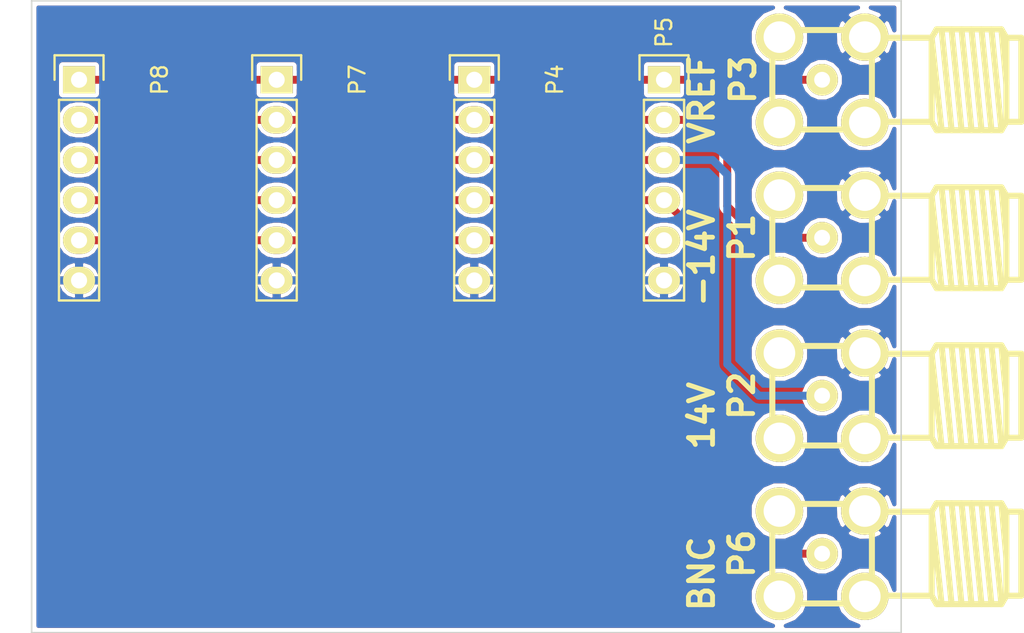
<source format=kicad_pcb>
(kicad_pcb (version 4) (host pcbnew "(2014-11-17 BZR 5289)-product")

  (general
    (links 26)
    (no_connects 0)
    (area 133.949999 49.949999 152.050001 90.050001)
    (thickness 1.6)
    (drawings 4)
    (tracks 30)
    (zones 0)
    (modules 8)
    (nets 7)
  )

  (page A4)
  (layers
    (0 F.Cu signal)
    (31 B.Cu signal)
    (32 B.Adhes user)
    (33 F.Adhes user)
    (34 B.Paste user)
    (35 F.Paste user)
    (36 B.SilkS user)
    (37 F.SilkS user)
    (38 B.Mask user)
    (39 F.Mask user)
    (40 Dwgs.User user)
    (41 Cmts.User user)
    (42 Eco1.User user)
    (43 Eco2.User user)
    (44 Edge.Cuts user)
    (45 Margin user)
    (46 B.CrtYd user)
    (47 F.CrtYd user)
    (48 B.Fab user)
    (49 F.Fab user)
  )

  (setup
    (last_trace_width 0.5)
    (trace_clearance 0.254)
    (zone_clearance 0.254)
    (zone_45_only no)
    (trace_min 0.254)
    (segment_width 0.2)
    (edge_width 0.1)
    (via_size 0.889)
    (via_drill 0.635)
    (via_min_size 0.889)
    (via_min_drill 0.508)
    (uvia_size 0.508)
    (uvia_drill 0.127)
    (uvias_allowed no)
    (uvia_min_size 0.508)
    (uvia_min_drill 0.127)
    (pcb_text_width 0.3)
    (pcb_text_size 1.5 1.5)
    (mod_edge_width 0.15)
    (mod_text_size 1 1)
    (mod_text_width 0.15)
    (pad_size 1.45 0.45)
    (pad_drill 0)
    (pad_to_mask_clearance 0)
    (aux_axis_origin 0 0)
    (visible_elements FFFFFF7F)
    (pcbplotparams
      (layerselection 0x010f0_80000001)
      (usegerberextensions false)
      (excludeedgelayer true)
      (linewidth 0.100000)
      (plotframeref false)
      (viasonmask false)
      (mode 1)
      (useauxorigin false)
      (hpglpennumber 1)
      (hpglpenspeed 20)
      (hpglpendiameter 15)
      (hpglpenoverlay 2)
      (psnegative false)
      (psa4output false)
      (plotreference true)
      (plotvalue true)
      (plotinvisibletext false)
      (padsonsilk false)
      (subtractmaskfromsilk false)
      (outputformat 1)
      (mirror false)
      (drillshape 0)
      (scaleselection 1)
      (outputdirectory gerbers/))
  )

  (net 0 "")
  (net 1 GND)
  (net 2 "Net-(P3-Pad1)")
  (net 3 "Net-(P1-Pad1)")
  (net 4 "Net-(P2-Pad1)")
  (net 5 "Net-(P4-Pad4)")
  (net 6 "Net-(P4-Pad5)")

  (net_class Default "This is the default net class."
    (clearance 0.254)
    (trace_width 0.5)
    (via_dia 0.889)
    (via_drill 0.635)
    (uvia_dia 0.508)
    (uvia_drill 0.127)
    (add_net GND)
    (add_net "Net-(P1-Pad1)")
    (add_net "Net-(P2-Pad1)")
    (add_net "Net-(P3-Pad1)")
    (add_net "Net-(P4-Pad4)")
    (add_net "Net-(P4-Pad5)")
  )

  (net_class 0.5 ""
    (clearance 0.19)
    (trace_width 0.4)
    (via_dia 0.889)
    (via_drill 0.635)
    (uvia_dia 0.508)
    (uvia_drill 0.127)
  )

  (module prw:SMA (layer F.Cu) (tedit 55D88A15) (tstamp 55E247A8)
    (at 147 65 270)
    (tags "SMA Connector")
    (path /55E25992)
    (fp_text reference P1 (at 0 5.08 270) (layer F.SilkS)
      (effects (font (thickness 0.3048)))
    )
    (fp_text value -14V (at 1.27 7.62 270) (layer F.SilkS)
      (effects (font (thickness 0.3048)))
    )
    (fp_line (start 2.65938 -11.65606) (end 2.65938 -12.60094) (layer F.SilkS) (width 0.381))
    (fp_line (start -2.65938 -11.65606) (end -2.65938 -12.60094) (layer F.SilkS) (width 0.381))
    (fp_line (start -2.65938 -3.1496) (end -2.65938 -6.92912) (layer F.SilkS) (width 0.381))
    (fp_line (start 2.65938 -3.1496) (end 2.65938 -6.92912) (layer F.SilkS) (width 0.381))
    (fp_line (start -3.19278 -11.3411) (end 0.2667 -11.65606) (layer F.SilkS) (width 0.381))
    (fp_line (start 3.19278 -7.55904) (end -2.65938 -6.92912) (layer F.SilkS) (width 0.381))
    (fp_line (start -3.19278 -7.55904) (end 3.19278 -8.18896) (layer F.SilkS) (width 0.381))
    (fp_line (start -3.19278 -8.18896) (end 3.19278 -8.81888) (layer F.SilkS) (width 0.381))
    (fp_line (start -3.19278 -8.81888) (end 3.19278 -9.4488) (layer F.SilkS) (width 0.381))
    (fp_line (start -3.19278 -9.4488) (end 3.19278 -10.08126) (layer F.SilkS) (width 0.381))
    (fp_line (start -3.19278 -10.08126) (end 3.19278 -10.71118) (layer F.SilkS) (width 0.381))
    (fp_line (start -3.19278 -10.71118) (end 3.19278 -11.3411) (layer F.SilkS) (width 0.381))
    (fp_line (start -3.19278 -11.3411) (end -2.65938 -11.65606) (layer F.SilkS) (width 0.381))
    (fp_line (start -2.65938 -11.65606) (end 2.65938 -11.65606) (layer F.SilkS) (width 0.381))
    (fp_line (start 2.65938 -11.65606) (end 3.19278 -11.3411) (layer F.SilkS) (width 0.381))
    (fp_line (start 3.19278 -11.3411) (end 3.19278 -7.24408) (layer F.SilkS) (width 0.381))
    (fp_line (start 3.19278 -7.24408) (end 2.65938 -6.92912) (layer F.SilkS) (width 0.381))
    (fp_line (start 2.65938 -6.92912) (end -2.65938 -6.92912) (layer F.SilkS) (width 0.381))
    (fp_line (start -2.65938 -6.92912) (end -3.19278 -7.24408) (layer F.SilkS) (width 0.381))
    (fp_line (start -3.19278 -7.24408) (end -3.19278 -11.3411) (layer F.SilkS) (width 0.381))
    (fp_line (start 2.65938 -12.60094) (end -2.65938 -12.60094) (layer F.SilkS) (width 0.381))
    (fp_line (start -3.1496 -3.1496) (end 3.1496 -3.1496) (layer F.SilkS) (width 0.381))
    (fp_line (start 3.1496 -3.1496) (end 3.1496 3.1496) (layer F.SilkS) (width 0.381))
    (fp_line (start 3.1496 3.1496) (end -3.1496 3.1496) (layer F.SilkS) (width 0.381))
    (fp_line (start -3.1496 3.1496) (end -3.1496 -3.1496) (layer F.SilkS) (width 0.381))
    (pad 1 thru_hole circle (at 0 0 270) (size 1.99898 1.99898) (drill 1.00076) (layers *.Cu *.Mask F.SilkS)
      (net 3 "Net-(P1-Pad1)"))
    (pad 3 thru_hole circle (at 2.70002 -2.70002 270) (size 3 3) (drill 2) (layers *.Cu *.Mask F.SilkS))
    (pad 2 thru_hole circle (at -2.70002 -2.70002 270) (size 3 3) (drill 2) (layers *.Cu *.Mask F.SilkS)
      (net 1 GND))
    (pad 5 thru_hole circle (at -2.70002 2.70002 270) (size 3 3) (drill 2) (layers *.Cu *.Mask F.SilkS))
    (pad 4 thru_hole circle (at 2.70002 2.70002 270) (size 3 3) (drill 2) (layers *.Cu *.Mask F.SilkS))
    (model connectors/sma.wrl
      (at (xyz 0 0 0))
      (scale (xyz 0.39 0.39 0.39))
      (rotate (xyz -90 0 -90))
    )
  )

  (module prw:SMA (layer F.Cu) (tedit 55D88A15) (tstamp 55E247B1)
    (at 147 75 270)
    (tags "SMA Connector")
    (path /55E2586D)
    (fp_text reference P2 (at 0 5.08 270) (layer F.SilkS)
      (effects (font (thickness 0.3048)))
    )
    (fp_text value 14V (at 1.27 7.62 270) (layer F.SilkS)
      (effects (font (thickness 0.3048)))
    )
    (fp_line (start 2.65938 -11.65606) (end 2.65938 -12.60094) (layer F.SilkS) (width 0.381))
    (fp_line (start -2.65938 -11.65606) (end -2.65938 -12.60094) (layer F.SilkS) (width 0.381))
    (fp_line (start -2.65938 -3.1496) (end -2.65938 -6.92912) (layer F.SilkS) (width 0.381))
    (fp_line (start 2.65938 -3.1496) (end 2.65938 -6.92912) (layer F.SilkS) (width 0.381))
    (fp_line (start -3.19278 -11.3411) (end 0.2667 -11.65606) (layer F.SilkS) (width 0.381))
    (fp_line (start 3.19278 -7.55904) (end -2.65938 -6.92912) (layer F.SilkS) (width 0.381))
    (fp_line (start -3.19278 -7.55904) (end 3.19278 -8.18896) (layer F.SilkS) (width 0.381))
    (fp_line (start -3.19278 -8.18896) (end 3.19278 -8.81888) (layer F.SilkS) (width 0.381))
    (fp_line (start -3.19278 -8.81888) (end 3.19278 -9.4488) (layer F.SilkS) (width 0.381))
    (fp_line (start -3.19278 -9.4488) (end 3.19278 -10.08126) (layer F.SilkS) (width 0.381))
    (fp_line (start -3.19278 -10.08126) (end 3.19278 -10.71118) (layer F.SilkS) (width 0.381))
    (fp_line (start -3.19278 -10.71118) (end 3.19278 -11.3411) (layer F.SilkS) (width 0.381))
    (fp_line (start -3.19278 -11.3411) (end -2.65938 -11.65606) (layer F.SilkS) (width 0.381))
    (fp_line (start -2.65938 -11.65606) (end 2.65938 -11.65606) (layer F.SilkS) (width 0.381))
    (fp_line (start 2.65938 -11.65606) (end 3.19278 -11.3411) (layer F.SilkS) (width 0.381))
    (fp_line (start 3.19278 -11.3411) (end 3.19278 -7.24408) (layer F.SilkS) (width 0.381))
    (fp_line (start 3.19278 -7.24408) (end 2.65938 -6.92912) (layer F.SilkS) (width 0.381))
    (fp_line (start 2.65938 -6.92912) (end -2.65938 -6.92912) (layer F.SilkS) (width 0.381))
    (fp_line (start -2.65938 -6.92912) (end -3.19278 -7.24408) (layer F.SilkS) (width 0.381))
    (fp_line (start -3.19278 -7.24408) (end -3.19278 -11.3411) (layer F.SilkS) (width 0.381))
    (fp_line (start 2.65938 -12.60094) (end -2.65938 -12.60094) (layer F.SilkS) (width 0.381))
    (fp_line (start -3.1496 -3.1496) (end 3.1496 -3.1496) (layer F.SilkS) (width 0.381))
    (fp_line (start 3.1496 -3.1496) (end 3.1496 3.1496) (layer F.SilkS) (width 0.381))
    (fp_line (start 3.1496 3.1496) (end -3.1496 3.1496) (layer F.SilkS) (width 0.381))
    (fp_line (start -3.1496 3.1496) (end -3.1496 -3.1496) (layer F.SilkS) (width 0.381))
    (pad 1 thru_hole circle (at 0 0 270) (size 1.99898 1.99898) (drill 1.00076) (layers *.Cu *.Mask F.SilkS)
      (net 4 "Net-(P2-Pad1)"))
    (pad 3 thru_hole circle (at 2.70002 -2.70002 270) (size 3 3) (drill 2) (layers *.Cu *.Mask F.SilkS))
    (pad 2 thru_hole circle (at -2.70002 -2.70002 270) (size 3 3) (drill 2) (layers *.Cu *.Mask F.SilkS)
      (net 1 GND))
    (pad 5 thru_hole circle (at -2.70002 2.70002 270) (size 3 3) (drill 2) (layers *.Cu *.Mask F.SilkS))
    (pad 4 thru_hole circle (at 2.70002 2.70002 270) (size 3 3) (drill 2) (layers *.Cu *.Mask F.SilkS))
    (model connectors/sma.wrl
      (at (xyz 0 0 0))
      (scale (xyz 0.39 0.39 0.39))
      (rotate (xyz -90 0 -90))
    )
  )

  (module prw:SMA (layer F.Cu) (tedit 55E248B2) (tstamp 55E247BA)
    (at 147 55 270)
    (tags "SMA Connector")
    (path /55E258ED)
    (fp_text reference P3 (at 0 5 270) (layer F.SilkS)
      (effects (font (thickness 0.3048)))
    )
    (fp_text value VREF (at 1.27 7.62 270) (layer F.SilkS)
      (effects (font (thickness 0.3048)))
    )
    (fp_line (start 2.65938 -11.65606) (end 2.65938 -12.60094) (layer F.SilkS) (width 0.381))
    (fp_line (start -2.65938 -11.65606) (end -2.65938 -12.60094) (layer F.SilkS) (width 0.381))
    (fp_line (start -2.65938 -3.1496) (end -2.65938 -6.92912) (layer F.SilkS) (width 0.381))
    (fp_line (start 2.65938 -3.1496) (end 2.65938 -6.92912) (layer F.SilkS) (width 0.381))
    (fp_line (start -3.19278 -11.3411) (end 0.2667 -11.65606) (layer F.SilkS) (width 0.381))
    (fp_line (start 3.19278 -7.55904) (end -2.65938 -6.92912) (layer F.SilkS) (width 0.381))
    (fp_line (start -3.19278 -7.55904) (end 3.19278 -8.18896) (layer F.SilkS) (width 0.381))
    (fp_line (start -3.19278 -8.18896) (end 3.19278 -8.81888) (layer F.SilkS) (width 0.381))
    (fp_line (start -3.19278 -8.81888) (end 3.19278 -9.4488) (layer F.SilkS) (width 0.381))
    (fp_line (start -3.19278 -9.4488) (end 3.19278 -10.08126) (layer F.SilkS) (width 0.381))
    (fp_line (start -3.19278 -10.08126) (end 3.19278 -10.71118) (layer F.SilkS) (width 0.381))
    (fp_line (start -3.19278 -10.71118) (end 3.19278 -11.3411) (layer F.SilkS) (width 0.381))
    (fp_line (start -3.19278 -11.3411) (end -2.65938 -11.65606) (layer F.SilkS) (width 0.381))
    (fp_line (start -2.65938 -11.65606) (end 2.65938 -11.65606) (layer F.SilkS) (width 0.381))
    (fp_line (start 2.65938 -11.65606) (end 3.19278 -11.3411) (layer F.SilkS) (width 0.381))
    (fp_line (start 3.19278 -11.3411) (end 3.19278 -7.24408) (layer F.SilkS) (width 0.381))
    (fp_line (start 3.19278 -7.24408) (end 2.65938 -6.92912) (layer F.SilkS) (width 0.381))
    (fp_line (start 2.65938 -6.92912) (end -2.65938 -6.92912) (layer F.SilkS) (width 0.381))
    (fp_line (start -2.65938 -6.92912) (end -3.19278 -7.24408) (layer F.SilkS) (width 0.381))
    (fp_line (start -3.19278 -7.24408) (end -3.19278 -11.3411) (layer F.SilkS) (width 0.381))
    (fp_line (start 2.65938 -12.60094) (end -2.65938 -12.60094) (layer F.SilkS) (width 0.381))
    (fp_line (start -3.1496 -3.1496) (end 3.1496 -3.1496) (layer F.SilkS) (width 0.381))
    (fp_line (start 3.1496 -3.1496) (end 3.1496 3.1496) (layer F.SilkS) (width 0.381))
    (fp_line (start 3.1496 3.1496) (end -3.1496 3.1496) (layer F.SilkS) (width 0.381))
    (fp_line (start -3.1496 3.1496) (end -3.1496 -3.1496) (layer F.SilkS) (width 0.381))
    (pad 1 thru_hole circle (at 0 0 270) (size 1.99898 1.99898) (drill 1.00076) (layers *.Cu *.Mask F.SilkS)
      (net 2 "Net-(P3-Pad1)"))
    (pad 3 thru_hole circle (at 2.70002 -2.70002 270) (size 3 3) (drill 2) (layers *.Cu *.Mask F.SilkS))
    (pad 2 thru_hole circle (at -2.70002 -2.70002 270) (size 3 3) (drill 2) (layers *.Cu *.Mask F.SilkS)
      (net 1 GND))
    (pad 5 thru_hole circle (at -2.70002 2.70002 270) (size 3 3) (drill 2) (layers *.Cu *.Mask F.SilkS))
    (pad 4 thru_hole circle (at 2.70002 2.70002 270) (size 3 3) (drill 2) (layers *.Cu *.Mask F.SilkS))
    (model connectors/sma.wrl
      (at (xyz 0 0 0))
      (scale (xyz 0.39 0.39 0.39))
      (rotate (xyz -90 0 -90))
    )
  )

  (module Socket_Strips:Socket_Strip_Straight_1x06 (layer F.Cu) (tedit 55E248AC) (tstamp 55E247C4)
    (at 137 55 270)
    (descr "Through hole socket strip")
    (tags "socket strip")
    (path /55E24C67)
    (fp_text reference P5 (at -3 0 270) (layer F.SilkS)
      (effects (font (size 1 1) (thickness 0.15)))
    )
    (fp_text value CONN_01X06 (at 24 1 270) (layer F.Fab)
      (effects (font (size 1 1) (thickness 0.15)))
    )
    (fp_line (start -1.75 -1.75) (end -1.75 1.75) (layer F.CrtYd) (width 0.05))
    (fp_line (start 14.45 -1.75) (end 14.45 1.75) (layer F.CrtYd) (width 0.05))
    (fp_line (start -1.75 -1.75) (end 14.45 -1.75) (layer F.CrtYd) (width 0.05))
    (fp_line (start -1.75 1.75) (end 14.45 1.75) (layer F.CrtYd) (width 0.05))
    (fp_line (start 1.27 1.27) (end 13.97 1.27) (layer F.SilkS) (width 0.15))
    (fp_line (start 13.97 1.27) (end 13.97 -1.27) (layer F.SilkS) (width 0.15))
    (fp_line (start 13.97 -1.27) (end 1.27 -1.27) (layer F.SilkS) (width 0.15))
    (fp_line (start -1.55 1.55) (end 0 1.55) (layer F.SilkS) (width 0.15))
    (fp_line (start 1.27 1.27) (end 1.27 -1.27) (layer F.SilkS) (width 0.15))
    (fp_line (start 0 -1.55) (end -1.55 -1.55) (layer F.SilkS) (width 0.15))
    (fp_line (start -1.55 -1.55) (end -1.55 1.55) (layer F.SilkS) (width 0.15))
    (pad 1 thru_hole rect (at 0 0 270) (size 1.7272 2.032) (drill 1.016) (layers *.Cu *.Mask F.SilkS)
      (net 2 "Net-(P3-Pad1)"))
    (pad 2 thru_hole oval (at 2.54 0 270) (size 1.7272 2.032) (drill 1.016) (layers *.Cu *.Mask F.SilkS)
      (net 3 "Net-(P1-Pad1)"))
    (pad 3 thru_hole oval (at 5.08 0 270) (size 1.7272 2.032) (drill 1.016) (layers *.Cu *.Mask F.SilkS)
      (net 4 "Net-(P2-Pad1)"))
    (pad 4 thru_hole oval (at 7.62 0 270) (size 1.7272 2.032) (drill 1.016) (layers *.Cu *.Mask F.SilkS)
      (net 5 "Net-(P4-Pad4)"))
    (pad 5 thru_hole oval (at 10.16 0 270) (size 1.7272 2.032) (drill 1.016) (layers *.Cu *.Mask F.SilkS)
      (net 6 "Net-(P4-Pad5)"))
    (pad 6 thru_hole oval (at 12.7 0 270) (size 1.7272 2.032) (drill 1.016) (layers *.Cu *.Mask F.SilkS)
      (net 1 GND))
    (model Socket_Strips.3dshapes/Socket_Strip_Straight_1x06.wrl
      (at (xyz 0.25 0 0))
      (scale (xyz 1 1 1))
      (rotate (xyz 0 0 180))
    )
  )

  (module prw:SMA (layer F.Cu) (tedit 55D88A15) (tstamp 55E247CD)
    (at 147 85 270)
    (tags "SMA Connector")
    (path /55E24F46)
    (fp_text reference P6 (at 0 5.08 270) (layer F.SilkS)
      (effects (font (thickness 0.3048)))
    )
    (fp_text value BNC (at 1.27 7.62 270) (layer F.SilkS)
      (effects (font (thickness 0.3048)))
    )
    (fp_line (start 2.65938 -11.65606) (end 2.65938 -12.60094) (layer F.SilkS) (width 0.381))
    (fp_line (start -2.65938 -11.65606) (end -2.65938 -12.60094) (layer F.SilkS) (width 0.381))
    (fp_line (start -2.65938 -3.1496) (end -2.65938 -6.92912) (layer F.SilkS) (width 0.381))
    (fp_line (start 2.65938 -3.1496) (end 2.65938 -6.92912) (layer F.SilkS) (width 0.381))
    (fp_line (start -3.19278 -11.3411) (end 0.2667 -11.65606) (layer F.SilkS) (width 0.381))
    (fp_line (start 3.19278 -7.55904) (end -2.65938 -6.92912) (layer F.SilkS) (width 0.381))
    (fp_line (start -3.19278 -7.55904) (end 3.19278 -8.18896) (layer F.SilkS) (width 0.381))
    (fp_line (start -3.19278 -8.18896) (end 3.19278 -8.81888) (layer F.SilkS) (width 0.381))
    (fp_line (start -3.19278 -8.81888) (end 3.19278 -9.4488) (layer F.SilkS) (width 0.381))
    (fp_line (start -3.19278 -9.4488) (end 3.19278 -10.08126) (layer F.SilkS) (width 0.381))
    (fp_line (start -3.19278 -10.08126) (end 3.19278 -10.71118) (layer F.SilkS) (width 0.381))
    (fp_line (start -3.19278 -10.71118) (end 3.19278 -11.3411) (layer F.SilkS) (width 0.381))
    (fp_line (start -3.19278 -11.3411) (end -2.65938 -11.65606) (layer F.SilkS) (width 0.381))
    (fp_line (start -2.65938 -11.65606) (end 2.65938 -11.65606) (layer F.SilkS) (width 0.381))
    (fp_line (start 2.65938 -11.65606) (end 3.19278 -11.3411) (layer F.SilkS) (width 0.381))
    (fp_line (start 3.19278 -11.3411) (end 3.19278 -7.24408) (layer F.SilkS) (width 0.381))
    (fp_line (start 3.19278 -7.24408) (end 2.65938 -6.92912) (layer F.SilkS) (width 0.381))
    (fp_line (start 2.65938 -6.92912) (end -2.65938 -6.92912) (layer F.SilkS) (width 0.381))
    (fp_line (start -2.65938 -6.92912) (end -3.19278 -7.24408) (layer F.SilkS) (width 0.381))
    (fp_line (start -3.19278 -7.24408) (end -3.19278 -11.3411) (layer F.SilkS) (width 0.381))
    (fp_line (start 2.65938 -12.60094) (end -2.65938 -12.60094) (layer F.SilkS) (width 0.381))
    (fp_line (start -3.1496 -3.1496) (end 3.1496 -3.1496) (layer F.SilkS) (width 0.381))
    (fp_line (start 3.1496 -3.1496) (end 3.1496 3.1496) (layer F.SilkS) (width 0.381))
    (fp_line (start 3.1496 3.1496) (end -3.1496 3.1496) (layer F.SilkS) (width 0.381))
    (fp_line (start -3.1496 3.1496) (end -3.1496 -3.1496) (layer F.SilkS) (width 0.381))
    (pad 1 thru_hole circle (at 0 0 270) (size 1.99898 1.99898) (drill 1.00076) (layers *.Cu *.Mask F.SilkS)
      (net 5 "Net-(P4-Pad4)"))
    (pad 3 thru_hole circle (at 2.70002 -2.70002 270) (size 3 3) (drill 2) (layers *.Cu *.Mask F.SilkS))
    (pad 2 thru_hole circle (at -2.70002 -2.70002 270) (size 3 3) (drill 2) (layers *.Cu *.Mask F.SilkS)
      (net 1 GND))
    (pad 5 thru_hole circle (at -2.70002 2.70002 270) (size 3 3) (drill 2) (layers *.Cu *.Mask F.SilkS))
    (pad 4 thru_hole circle (at 2.70002 2.70002 270) (size 3 3) (drill 2) (layers *.Cu *.Mask F.SilkS))
    (model connectors/sma.wrl
      (at (xyz 0 0 0))
      (scale (xyz 0.39 0.39 0.39))
      (rotate (xyz -90 0 -90))
    )
  )

  (module Socket_Strips:Socket_Strip_Straight_1x06 (layer F.Cu) (tedit 563162E7) (tstamp 56316302)
    (at 125 55 270)
    (descr "Through hole socket strip")
    (tags "socket strip")
    (path /56319864)
    (fp_text reference P4 (at 0 -5.1 270) (layer F.SilkS)
      (effects (font (size 1 1) (thickness 0.15)))
    )
    (fp_text value CONN_01X06 (at 0 -3.1 270) (layer F.Fab)
      (effects (font (size 1 1) (thickness 0.15)))
    )
    (fp_line (start -1.75 -1.75) (end -1.75 1.75) (layer F.CrtYd) (width 0.05))
    (fp_line (start 14.45 -1.75) (end 14.45 1.75) (layer F.CrtYd) (width 0.05))
    (fp_line (start -1.75 -1.75) (end 14.45 -1.75) (layer F.CrtYd) (width 0.05))
    (fp_line (start -1.75 1.75) (end 14.45 1.75) (layer F.CrtYd) (width 0.05))
    (fp_line (start 1.27 1.27) (end 13.97 1.27) (layer F.SilkS) (width 0.15))
    (fp_line (start 13.97 1.27) (end 13.97 -1.27) (layer F.SilkS) (width 0.15))
    (fp_line (start 13.97 -1.27) (end 1.27 -1.27) (layer F.SilkS) (width 0.15))
    (fp_line (start -1.55 1.55) (end 0 1.55) (layer F.SilkS) (width 0.15))
    (fp_line (start 1.27 1.27) (end 1.27 -1.27) (layer F.SilkS) (width 0.15))
    (fp_line (start 0 -1.55) (end -1.55 -1.55) (layer F.SilkS) (width 0.15))
    (fp_line (start -1.55 -1.55) (end -1.55 1.55) (layer F.SilkS) (width 0.15))
    (pad 1 thru_hole rect (at 0 0 270) (size 1.7272 2.032) (drill 1.016) (layers *.Cu *.Mask F.SilkS)
      (net 2 "Net-(P3-Pad1)"))
    (pad 2 thru_hole oval (at 2.54 0 270) (size 1.7272 2.032) (drill 1.016) (layers *.Cu *.Mask F.SilkS)
      (net 3 "Net-(P1-Pad1)"))
    (pad 3 thru_hole oval (at 5.08 0 270) (size 1.7272 2.032) (drill 1.016) (layers *.Cu *.Mask F.SilkS)
      (net 4 "Net-(P2-Pad1)"))
    (pad 4 thru_hole oval (at 7.62 0 270) (size 1.7272 2.032) (drill 1.016) (layers *.Cu *.Mask F.SilkS)
      (net 5 "Net-(P4-Pad4)"))
    (pad 5 thru_hole oval (at 10.16 0 270) (size 1.7272 2.032) (drill 1.016) (layers *.Cu *.Mask F.SilkS)
      (net 6 "Net-(P4-Pad5)"))
    (pad 6 thru_hole oval (at 12.7 0 270) (size 1.7272 2.032) (drill 1.016) (layers *.Cu *.Mask F.SilkS)
      (net 1 GND))
    (model Socket_Strips.3dshapes/Socket_Strip_Straight_1x06.wrl
      (at (xyz 0.25 0 0))
      (scale (xyz 1 1 1))
      (rotate (xyz 0 0 180))
    )
  )

  (module Socket_Strips:Socket_Strip_Straight_1x06 (layer F.Cu) (tedit 563162E7) (tstamp 5631630C)
    (at 112.5 55 270)
    (descr "Through hole socket strip")
    (tags "socket strip")
    (path /56319830)
    (fp_text reference P7 (at 0 -5.1 270) (layer F.SilkS)
      (effects (font (size 1 1) (thickness 0.15)))
    )
    (fp_text value CONN_01X06 (at 0 -3.1 270) (layer F.Fab)
      (effects (font (size 1 1) (thickness 0.15)))
    )
    (fp_line (start -1.75 -1.75) (end -1.75 1.75) (layer F.CrtYd) (width 0.05))
    (fp_line (start 14.45 -1.75) (end 14.45 1.75) (layer F.CrtYd) (width 0.05))
    (fp_line (start -1.75 -1.75) (end 14.45 -1.75) (layer F.CrtYd) (width 0.05))
    (fp_line (start -1.75 1.75) (end 14.45 1.75) (layer F.CrtYd) (width 0.05))
    (fp_line (start 1.27 1.27) (end 13.97 1.27) (layer F.SilkS) (width 0.15))
    (fp_line (start 13.97 1.27) (end 13.97 -1.27) (layer F.SilkS) (width 0.15))
    (fp_line (start 13.97 -1.27) (end 1.27 -1.27) (layer F.SilkS) (width 0.15))
    (fp_line (start -1.55 1.55) (end 0 1.55) (layer F.SilkS) (width 0.15))
    (fp_line (start 1.27 1.27) (end 1.27 -1.27) (layer F.SilkS) (width 0.15))
    (fp_line (start 0 -1.55) (end -1.55 -1.55) (layer F.SilkS) (width 0.15))
    (fp_line (start -1.55 -1.55) (end -1.55 1.55) (layer F.SilkS) (width 0.15))
    (pad 1 thru_hole rect (at 0 0 270) (size 1.7272 2.032) (drill 1.016) (layers *.Cu *.Mask F.SilkS)
      (net 2 "Net-(P3-Pad1)"))
    (pad 2 thru_hole oval (at 2.54 0 270) (size 1.7272 2.032) (drill 1.016) (layers *.Cu *.Mask F.SilkS)
      (net 3 "Net-(P1-Pad1)"))
    (pad 3 thru_hole oval (at 5.08 0 270) (size 1.7272 2.032) (drill 1.016) (layers *.Cu *.Mask F.SilkS)
      (net 4 "Net-(P2-Pad1)"))
    (pad 4 thru_hole oval (at 7.62 0 270) (size 1.7272 2.032) (drill 1.016) (layers *.Cu *.Mask F.SilkS)
      (net 5 "Net-(P4-Pad4)"))
    (pad 5 thru_hole oval (at 10.16 0 270) (size 1.7272 2.032) (drill 1.016) (layers *.Cu *.Mask F.SilkS)
      (net 6 "Net-(P4-Pad5)"))
    (pad 6 thru_hole oval (at 12.7 0 270) (size 1.7272 2.032) (drill 1.016) (layers *.Cu *.Mask F.SilkS)
      (net 1 GND))
    (model Socket_Strips.3dshapes/Socket_Strip_Straight_1x06.wrl
      (at (xyz 0.25 0 0))
      (scale (xyz 1 1 1))
      (rotate (xyz 0 0 180))
    )
  )

  (module Socket_Strips:Socket_Strip_Straight_1x06 (layer F.Cu) (tedit 563162E7) (tstamp 56316316)
    (at 100 55 270)
    (descr "Through hole socket strip")
    (tags "socket strip")
    (path /56319782)
    (fp_text reference P8 (at 0 -5.1 270) (layer F.SilkS)
      (effects (font (size 1 1) (thickness 0.15)))
    )
    (fp_text value CONN_01X06 (at 0 -3.1 270) (layer F.Fab)
      (effects (font (size 1 1) (thickness 0.15)))
    )
    (fp_line (start -1.75 -1.75) (end -1.75 1.75) (layer F.CrtYd) (width 0.05))
    (fp_line (start 14.45 -1.75) (end 14.45 1.75) (layer F.CrtYd) (width 0.05))
    (fp_line (start -1.75 -1.75) (end 14.45 -1.75) (layer F.CrtYd) (width 0.05))
    (fp_line (start -1.75 1.75) (end 14.45 1.75) (layer F.CrtYd) (width 0.05))
    (fp_line (start 1.27 1.27) (end 13.97 1.27) (layer F.SilkS) (width 0.15))
    (fp_line (start 13.97 1.27) (end 13.97 -1.27) (layer F.SilkS) (width 0.15))
    (fp_line (start 13.97 -1.27) (end 1.27 -1.27) (layer F.SilkS) (width 0.15))
    (fp_line (start -1.55 1.55) (end 0 1.55) (layer F.SilkS) (width 0.15))
    (fp_line (start 1.27 1.27) (end 1.27 -1.27) (layer F.SilkS) (width 0.15))
    (fp_line (start 0 -1.55) (end -1.55 -1.55) (layer F.SilkS) (width 0.15))
    (fp_line (start -1.55 -1.55) (end -1.55 1.55) (layer F.SilkS) (width 0.15))
    (pad 1 thru_hole rect (at 0 0 270) (size 1.7272 2.032) (drill 1.016) (layers *.Cu *.Mask F.SilkS)
      (net 2 "Net-(P3-Pad1)"))
    (pad 2 thru_hole oval (at 2.54 0 270) (size 1.7272 2.032) (drill 1.016) (layers *.Cu *.Mask F.SilkS)
      (net 3 "Net-(P1-Pad1)"))
    (pad 3 thru_hole oval (at 5.08 0 270) (size 1.7272 2.032) (drill 1.016) (layers *.Cu *.Mask F.SilkS)
      (net 4 "Net-(P2-Pad1)"))
    (pad 4 thru_hole oval (at 7.62 0 270) (size 1.7272 2.032) (drill 1.016) (layers *.Cu *.Mask F.SilkS)
      (net 5 "Net-(P4-Pad4)"))
    (pad 5 thru_hole oval (at 10.16 0 270) (size 1.7272 2.032) (drill 1.016) (layers *.Cu *.Mask F.SilkS)
      (net 6 "Net-(P4-Pad5)"))
    (pad 6 thru_hole oval (at 12.7 0 270) (size 1.7272 2.032) (drill 1.016) (layers *.Cu *.Mask F.SilkS)
      (net 1 GND))
    (model Socket_Strips.3dshapes/Socket_Strip_Straight_1x06.wrl
      (at (xyz 0.25 0 0))
      (scale (xyz 1 1 1))
      (rotate (xyz 0 0 180))
    )
  )

  (gr_line (start 97 90) (end 152 90) (angle 90) (layer Edge.Cuts) (width 0.1))
  (gr_line (start 152 50) (end 97 50) (angle 90) (layer Edge.Cuts) (width 0.1))
  (gr_line (start 97 90) (end 97 50) (angle 90) (layer Edge.Cuts) (width 0.1))
  (gr_line (start 152 50) (end 152 90) (angle 90) (layer Edge.Cuts) (width 0.1))

  (segment (start 125 55) (end 137 55) (width 0.5) (layer F.Cu) (net 2) (status C00000))
  (segment (start 112.5 55) (end 125 55) (width 0.5) (layer F.Cu) (net 2) (status C00000))
  (segment (start 100 55) (end 112.5 55) (width 0.5) (layer F.Cu) (net 2) (status C00000))
  (segment (start 147 55) (end 137 55) (width 0.5) (layer F.Cu) (net 2))
  (segment (start 112.5 57.54) (end 100 57.54) (width 0.5) (layer F.Cu) (net 3) (status C00000))
  (segment (start 125 57.54) (end 112.5 57.54) (width 0.5) (layer F.Cu) (net 3) (status C00000))
  (segment (start 125 57.54) (end 137 57.54) (width 0.5) (layer F.Cu) (net 3))
  (segment (start 143 65) (end 141 63) (width 0.5) (layer F.Cu) (net 3) (tstamp 55E248EB))
  (segment (start 147 65) (end 143 65) (width 0.5) (layer F.Cu) (net 3))
  (segment (start 140.54 57.54) (end 137 57.54) (width 0.5) (layer F.Cu) (net 3) (tstamp 55E248EF))
  (segment (start 141 58) (end 140.54 57.54) (width 0.5) (layer F.Cu) (net 3) (tstamp 55E248EE))
  (segment (start 141 63) (end 141 58) (width 0.5) (layer F.Cu) (net 3) (tstamp 55E248EC))
  (segment (start 137 60.08) (end 125 60.08) (width 0.5) (layer F.Cu) (net 4))
  (segment (start 125 60.08) (end 112.5 60.08) (width 0.5) (layer F.Cu) (net 4))
  (segment (start 112.5 60.08) (end 100 60.08) (width 0.5) (layer F.Cu) (net 4))
  (segment (start 143 75) (end 141 73) (width 0.5) (layer B.Cu) (net 4) (tstamp 55E248F3))
  (segment (start 141 73) (end 141 61) (width 0.5) (layer B.Cu) (net 4) (tstamp 55E248F5))
  (segment (start 141 61) (end 140.08 60.08) (width 0.5) (layer B.Cu) (net 4) (tstamp 55E248F7))
  (segment (start 140.08 60.08) (end 137 60.08) (width 0.5) (layer B.Cu) (net 4) (tstamp 55E248F8))
  (segment (start 147 75) (end 143 75) (width 0.5) (layer B.Cu) (net 4))
  (segment (start 100 62.62) (end 112.5 62.62) (width 0.5) (layer F.Cu) (net 5))
  (segment (start 112.5 62.62) (end 125 62.62) (width 0.5) (layer F.Cu) (net 5))
  (segment (start 125 62.62) (end 137 62.62) (width 0.5) (layer F.Cu) (net 5))
  (segment (start 142 85) (end 139 82) (width 0.5) (layer F.Cu) (net 5) (tstamp 55E248FC))
  (segment (start 147 85) (end 142 85) (width 0.5) (layer F.Cu) (net 5))
  (segment (start 139 64.62) (end 137 62.62) (width 0.5) (layer F.Cu) (net 5) (tstamp 55E248FF))
  (segment (start 139 82) (end 139 64.62) (width 0.5) (layer F.Cu) (net 5) (tstamp 55E248FD))
  (segment (start 137 65.16) (end 125 65.16) (width 0.5) (layer F.Cu) (net 6))
  (segment (start 125 65.16) (end 112.5 65.16) (width 0.5) (layer F.Cu) (net 6))
  (segment (start 112.5 65.16) (end 100 65.16) (width 0.5) (layer F.Cu) (net 6))

  (zone (net 1) (net_name GND) (layer F.Cu) (tstamp 563163D7) (hatch edge 0.508)
    (connect_pads (clearance 0.254))
    (min_thickness 0.254)
    (fill yes (arc_segments 16) (thermal_gap 0.254) (thermal_bridge_width 0.508))
    (polygon
      (pts
        (xy 152.5 90) (xy 95 90) (xy 95 50) (xy 152.5 50)
      )
    )
    (filled_polygon
      (pts
        (xy 151.569 87.297627) (xy 151.295584 86.635911) (xy 150.895858 86.235487) (xy 150.895858 83.675424) (xy 149.70002 82.479585)
        (xy 149.520415 82.65919) (xy 149.520415 82.29998) (xy 148.324576 81.104142) (xy 148.077203 81.277915) (xy 147.809605 81.97674)
        (xy 147.829806 82.724776) (xy 148.077203 83.322045) (xy 148.324576 83.495818) (xy 149.520415 82.29998) (xy 149.520415 82.65919)
        (xy 148.504182 83.675424) (xy 148.677955 83.922797) (xy 149.37678 84.190395) (xy 150.124816 84.170194) (xy 150.722085 83.922797)
        (xy 150.895858 83.675424) (xy 150.895858 86.235487) (xy 150.766912 86.106316) (xy 150.075816 85.819347) (xy 149.327507 85.818694)
        (xy 148.635911 86.104456) (xy 148.380729 86.359193) (xy 148.380729 84.726608) (xy 148.171005 84.219037) (xy 147.783006 83.83036)
        (xy 147.275801 83.619751) (xy 146.726608 83.619271) (xy 146.219037 83.828995) (xy 146.181306 83.86666) (xy 146.181306 81.927467)
        (xy 146.181306 77.327507) (xy 145.895544 76.635911) (xy 145.366872 76.106316) (xy 144.675776 75.819347) (xy 143.927467 75.818694)
        (xy 143.235871 76.104456) (xy 142.706276 76.633128) (xy 142.419307 77.324224) (xy 142.418654 78.072533) (xy 142.704416 78.764129)
        (xy 143.233088 79.293724) (xy 143.924184 79.580693) (xy 144.672493 79.581346) (xy 145.364089 79.295584) (xy 145.893684 78.766912)
        (xy 146.180653 78.075816) (xy 146.181306 77.327507) (xy 146.181306 81.927467) (xy 145.895544 81.235871) (xy 145.366872 80.706276)
        (xy 144.675776 80.419307) (xy 143.927467 80.418654) (xy 143.235871 80.704416) (xy 142.706276 81.233088) (xy 142.419307 81.924184)
        (xy 142.418654 82.672493) (xy 142.704416 83.364089) (xy 143.233088 83.893684) (xy 143.924184 84.180653) (xy 144.672493 84.181306)
        (xy 145.364089 83.895544) (xy 145.893684 83.366872) (xy 146.180653 82.675776) (xy 146.181306 81.927467) (xy 146.181306 83.86666)
        (xy 145.83036 84.216994) (xy 145.767241 84.369) (xy 142.261368 84.369) (xy 139.631 81.738631) (xy 139.631 64.62)
        (xy 139.590936 64.418589) (xy 139.582968 64.378527) (xy 139.582968 64.378526) (xy 139.446184 64.173816) (xy 138.336104 63.063736)
        (xy 138.424369 62.62) (xy 138.424369 60.08) (xy 138.329629 59.603712) (xy 138.059834 59.199935) (xy 137.656057 58.93014)
        (xy 137.179769 58.8354) (xy 136.820231 58.8354) (xy 136.343943 58.93014) (xy 135.940166 59.199935) (xy 135.773746 59.449)
        (xy 126.226253 59.449) (xy 126.059834 59.199935) (xy 125.656057 58.93014) (xy 125.179769 58.8354) (xy 124.820231 58.8354)
        (xy 124.343943 58.93014) (xy 123.940166 59.199935) (xy 123.773746 59.449) (xy 113.726253 59.449) (xy 113.559834 59.199935)
        (xy 113.156057 58.93014) (xy 112.679769 58.8354) (xy 112.320231 58.8354) (xy 111.843943 58.93014) (xy 111.440166 59.199935)
        (xy 111.273746 59.449) (xy 101.226253 59.449) (xy 101.059834 59.199935) (xy 100.656057 58.93014) (xy 100.179769 58.8354)
        (xy 99.820231 58.8354) (xy 99.343943 58.93014) (xy 98.940166 59.199935) (xy 98.670371 59.603712) (xy 98.575631 60.08)
        (xy 98.670371 60.556288) (xy 98.940166 60.960065) (xy 99.343943 61.22986) (xy 99.820231 61.3246) (xy 100.179769 61.3246)
        (xy 100.656057 61.22986) (xy 101.059834 60.960065) (xy 101.226253 60.711) (xy 111.273746 60.711) (xy 111.440166 60.960065)
        (xy 111.843943 61.22986) (xy 112.320231 61.3246) (xy 112.679769 61.3246) (xy 113.156057 61.22986) (xy 113.559834 60.960065)
        (xy 113.726253 60.711) (xy 123.773746 60.711) (xy 123.940166 60.960065) (xy 124.343943 61.22986) (xy 124.820231 61.3246)
        (xy 125.179769 61.3246) (xy 125.656057 61.22986) (xy 126.059834 60.960065) (xy 126.226253 60.711) (xy 135.773746 60.711)
        (xy 135.940166 60.960065) (xy 136.343943 61.22986) (xy 136.820231 61.3246) (xy 137.179769 61.3246) (xy 137.656057 61.22986)
        (xy 138.059834 60.960065) (xy 138.329629 60.556288) (xy 138.424369 60.08) (xy 138.424369 62.62) (xy 138.329629 62.143712)
        (xy 138.059834 61.739935) (xy 137.656057 61.47014) (xy 137.179769 61.3754) (xy 136.820231 61.3754) (xy 136.343943 61.47014)
        (xy 135.940166 61.739935) (xy 135.773746 61.989) (xy 126.226253 61.989) (xy 126.059834 61.739935) (xy 125.656057 61.47014)
        (xy 125.179769 61.3754) (xy 124.820231 61.3754) (xy 124.343943 61.47014) (xy 123.940166 61.739935) (xy 123.773746 61.989)
        (xy 113.726253 61.989) (xy 113.559834 61.739935) (xy 113.156057 61.47014) (xy 112.679769 61.3754) (xy 112.320231 61.3754)
        (xy 111.843943 61.47014) (xy 111.440166 61.739935) (xy 111.273746 61.989) (xy 101.226253 61.989) (xy 101.059834 61.739935)
        (xy 100.656057 61.47014) (xy 100.179769 61.3754) (xy 99.820231 61.3754) (xy 99.343943 61.47014) (xy 98.940166 61.739935)
        (xy 98.670371 62.143712) (xy 98.575631 62.62) (xy 98.670371 63.096288) (xy 98.940166 63.500065) (xy 99.343943 63.76986)
        (xy 99.820231 63.8646) (xy 100.179769 63.8646) (xy 100.656057 63.76986) (xy 101.059834 63.500065) (xy 101.226253 63.251)
        (xy 111.273746 63.251) (xy 111.440166 63.500065) (xy 111.843943 63.76986) (xy 112.320231 63.8646) (xy 112.679769 63.8646)
        (xy 113.156057 63.76986) (xy 113.559834 63.500065) (xy 113.726253 63.251) (xy 123.773746 63.251) (xy 123.940166 63.500065)
        (xy 124.343943 63.76986) (xy 124.820231 63.8646) (xy 125.179769 63.8646) (xy 125.656057 63.76986) (xy 126.059834 63.500065)
        (xy 126.226253 63.251) (xy 135.773746 63.251) (xy 135.940166 63.500065) (xy 136.343943 63.76986) (xy 136.820231 63.8646)
        (xy 137.179769 63.8646) (xy 137.323618 63.835986) (xy 137.458469 63.970837) (xy 137.179769 63.9154) (xy 136.820231 63.9154)
        (xy 136.343943 64.01014) (xy 135.940166 64.279935) (xy 135.773746 64.529) (xy 126.226253 64.529) (xy 126.059834 64.279935)
        (xy 125.656057 64.01014) (xy 125.179769 63.9154) (xy 124.820231 63.9154) (xy 124.343943 64.01014) (xy 123.940166 64.279935)
        (xy 123.773746 64.529) (xy 113.726253 64.529) (xy 113.559834 64.279935) (xy 113.156057 64.01014) (xy 112.679769 63.9154)
        (xy 112.320231 63.9154) (xy 111.843943 64.01014) (xy 111.440166 64.279935) (xy 111.273746 64.529) (xy 101.226253 64.529)
        (xy 101.059834 64.279935) (xy 100.656057 64.01014) (xy 100.179769 63.9154) (xy 99.820231 63.9154) (xy 99.343943 64.01014)
        (xy 98.940166 64.279935) (xy 98.670371 64.683712) (xy 98.575631 65.16) (xy 98.670371 65.636288) (xy 98.940166 66.040065)
        (xy 99.343943 66.30986) (xy 99.820231 66.4046) (xy 100.179769 66.4046) (xy 100.656057 66.30986) (xy 101.059834 66.040065)
        (xy 101.226253 65.791) (xy 111.273746 65.791) (xy 111.440166 66.040065) (xy 111.843943 66.30986) (xy 112.320231 66.4046)
        (xy 112.679769 66.4046) (xy 113.156057 66.30986) (xy 113.559834 66.040065) (xy 113.726253 65.791) (xy 123.773746 65.791)
        (xy 123.940166 66.040065) (xy 124.343943 66.30986) (xy 124.820231 66.4046) (xy 125.179769 66.4046) (xy 125.656057 66.30986)
        (xy 126.059834 66.040065) (xy 126.226253 65.791) (xy 135.773746 65.791) (xy 135.940166 66.040065) (xy 136.343943 66.30986)
        (xy 136.820231 66.4046) (xy 137.179769 66.4046) (xy 137.656057 66.30986) (xy 138.059834 66.040065) (xy 138.329629 65.636288)
        (xy 138.369 65.438357) (xy 138.369 67.572998) (xy 138.355393 67.572998) (xy 138.294712 67.572998) (xy 138.355393 67.380882)
        (xy 138.145419 66.947133) (xy 137.78172 66.62443) (xy 137.322213 66.465473) (xy 137.127 66.549357) (xy 137.127 67.573)
        (xy 137.147 67.573) (xy 137.147 67.827) (xy 137.127 67.827) (xy 137.127 68.850643) (xy 137.322213 68.934527)
        (xy 137.78172 68.77557) (xy 138.145419 68.452867) (xy 138.355393 68.019118) (xy 138.294712 67.827002) (xy 138.355393 67.827002)
        (xy 138.369 67.827002) (xy 138.369 82) (xy 138.417032 82.241473) (xy 138.553816 82.446184) (xy 141.553816 85.446185)
        (xy 141.758527 85.582968) (xy 142 85.631) (xy 145.767031 85.631) (xy 145.828995 85.780963) (xy 146.216994 86.16964)
        (xy 146.724199 86.380249) (xy 147.273392 86.380729) (xy 147.780963 86.171005) (xy 148.16964 85.783006) (xy 148.380249 85.275801)
        (xy 148.380729 84.726608) (xy 148.380729 86.359193) (xy 148.106316 86.633128) (xy 147.819347 87.324224) (xy 147.818694 88.072533)
        (xy 148.104456 88.764129) (xy 148.633128 89.293724) (xy 149.296064 89.569) (xy 144.702372 89.569) (xy 145.364089 89.295584)
        (xy 145.893684 88.766912) (xy 146.180653 88.075816) (xy 146.181306 87.327507) (xy 145.895544 86.635911) (xy 145.366872 86.106316)
        (xy 144.675776 85.819347) (xy 143.927467 85.818694) (xy 143.235871 86.104456) (xy 142.706276 86.633128) (xy 142.419307 87.324224)
        (xy 142.418654 88.072533) (xy 142.704416 88.764129) (xy 143.233088 89.293724) (xy 143.896024 89.569) (xy 138.355393 89.569)
        (xy 136.873 89.569) (xy 136.873 68.850643) (xy 136.873 67.827) (xy 136.873 67.573) (xy 136.873 66.549357)
        (xy 136.677787 66.465473) (xy 136.21828 66.62443) (xy 135.854581 66.947133) (xy 135.644607 67.380882) (xy 135.705288 67.573)
        (xy 136.873 67.573) (xy 136.873 67.827) (xy 135.705288 67.827) (xy 135.644607 68.019118) (xy 135.854581 68.452867)
        (xy 136.21828 68.77557) (xy 136.677787 68.934527) (xy 136.873 68.850643) (xy 136.873 89.569) (xy 126.355393 89.569)
        (xy 126.355393 68.019118) (xy 126.355393 67.380882) (xy 126.145419 66.947133) (xy 125.78172 66.62443) (xy 125.322213 66.465473)
        (xy 125.127 66.549357) (xy 125.127 67.573) (xy 126.294712 67.573) (xy 126.355393 67.380882) (xy 126.355393 68.019118)
        (xy 126.294712 67.827) (xy 125.127 67.827) (xy 125.127 68.850643) (xy 125.322213 68.934527) (xy 125.78172 68.77557)
        (xy 126.145419 68.452867) (xy 126.355393 68.019118) (xy 126.355393 89.569) (xy 124.873 89.569) (xy 124.873 68.850643)
        (xy 124.873 67.827) (xy 124.873 67.573) (xy 124.873 66.549357) (xy 124.677787 66.465473) (xy 124.21828 66.62443)
        (xy 123.854581 66.947133) (xy 123.644607 67.380882) (xy 123.705288 67.573) (xy 124.873 67.573) (xy 124.873 67.827)
        (xy 123.705288 67.827) (xy 123.644607 68.019118) (xy 123.854581 68.452867) (xy 124.21828 68.77557) (xy 124.677787 68.934527)
        (xy 124.873 68.850643) (xy 124.873 89.569) (xy 113.855393 89.569) (xy 113.855393 68.019118) (xy 113.855393 67.380882)
        (xy 113.645419 66.947133) (xy 113.28172 66.62443) (xy 112.822213 66.465473) (xy 112.627 66.549357) (xy 112.627 67.573)
        (xy 113.794712 67.573) (xy 113.855393 67.380882) (xy 113.855393 68.019118) (xy 113.794712 67.827) (xy 112.627 67.827)
        (xy 112.627 68.850643) (xy 112.822213 68.934527) (xy 113.28172 68.77557) (xy 113.645419 68.452867) (xy 113.855393 68.019118)
        (xy 113.855393 89.569) (xy 112.373 89.569) (xy 112.373 68.850643) (xy 112.373 67.827) (xy 112.373 67.573)
        (xy 112.373 66.549357) (xy 112.177787 66.465473) (xy 111.71828 66.62443) (xy 111.354581 66.947133) (xy 111.144607 67.380882)
        (xy 111.205288 67.573) (xy 112.373 67.573) (xy 112.373 67.827) (xy 111.205288 67.827) (xy 111.144607 68.019118)
        (xy 111.354581 68.452867) (xy 111.71828 68.77557) (xy 112.177787 68.934527) (xy 112.373 68.850643) (xy 112.373 89.569)
        (xy 101.355393 89.569) (xy 101.355393 68.019118) (xy 101.355393 67.380882) (xy 101.145419 66.947133) (xy 100.78172 66.62443)
        (xy 100.322213 66.465473) (xy 100.127 66.549357) (xy 100.127 67.573) (xy 101.294712 67.573) (xy 101.355393 67.380882)
        (xy 101.355393 68.019118) (xy 101.294712 67.827) (xy 100.127 67.827) (xy 100.127 68.850643) (xy 100.322213 68.934527)
        (xy 100.78172 68.77557) (xy 101.145419 68.452867) (xy 101.355393 68.019118) (xy 101.355393 89.569) (xy 99.873 89.569)
        (xy 99.873 68.850643) (xy 99.873 67.827) (xy 99.873 67.573) (xy 99.873 66.549357) (xy 99.677787 66.465473)
        (xy 99.21828 66.62443) (xy 98.854581 66.947133) (xy 98.644607 67.380882) (xy 98.705288 67.573) (xy 99.873 67.573)
        (xy 99.873 67.827) (xy 98.705288 67.827) (xy 98.644607 68.019118) (xy 98.854581 68.452867) (xy 99.21828 68.77557)
        (xy 99.677787 68.934527) (xy 99.873 68.850643) (xy 99.873 89.569) (xy 97.431 89.569) (xy 97.431 50.431)
        (xy 143.897587 50.431) (xy 143.235871 50.704416) (xy 142.706276 51.233088) (xy 142.419307 51.924184) (xy 142.418654 52.672493)
        (xy 142.704416 53.364089) (xy 143.233088 53.893684) (xy 143.924184 54.180653) (xy 144.672493 54.181306) (xy 145.364089 53.895544)
        (xy 145.893684 53.366872) (xy 146.180653 52.675776) (xy 146.181306 51.927467) (xy 145.895544 51.235871) (xy 145.366872 50.706276)
        (xy 144.703935 50.431) (xy 149.272244 50.431) (xy 148.677955 50.677163) (xy 148.504182 50.924536) (xy 149.70002 52.120375)
        (xy 150.895858 50.924536) (xy 150.722085 50.677163) (xy 150.079236 50.431) (xy 151.569 50.431) (xy 151.569 51.872204)
        (xy 151.322837 51.277915) (xy 151.075464 51.104142) (xy 149.879625 52.29998) (xy 151.075464 53.495818) (xy 151.322837 53.322045)
        (xy 151.569 52.679196) (xy 151.569 57.297627) (xy 151.295584 56.635911) (xy 150.895858 56.235487) (xy 150.895858 53.675424)
        (xy 149.70002 52.479585) (xy 149.520415 52.65919) (xy 149.520415 52.29998) (xy 148.324576 51.104142) (xy 148.077203 51.277915)
        (xy 147.809605 51.97674) (xy 147.829806 52.724776) (xy 148.077203 53.322045) (xy 148.324576 53.495818) (xy 149.520415 52.29998)
        (xy 149.520415 52.65919) (xy 148.504182 53.675424) (xy 148.677955 53.922797) (xy 149.37678 54.190395) (xy 150.124816 54.170194)
        (xy 150.722085 53.922797) (xy 150.895858 53.675424) (xy 150.895858 56.235487) (xy 150.766912 56.106316) (xy 150.075816 55.819347)
        (xy 149.327507 55.818694) (xy 148.635911 56.104456) (xy 148.380729 56.359193) (xy 148.380729 54.726608) (xy 148.171005 54.219037)
        (xy 147.783006 53.83036) (xy 147.275801 53.619751) (xy 146.726608 53.619271) (xy 146.219037 53.828995) (xy 145.83036 54.216994)
        (xy 145.767241 54.369) (xy 138.397 54.369) (xy 138.397 54.060614) (xy 138.338996 53.92058) (xy 138.231819 53.813404)
        (xy 138.091785 53.7554) (xy 137.940214 53.7554) (xy 135.908214 53.7554) (xy 135.76818 53.813404) (xy 135.661004 53.920581)
        (xy 135.603 54.060615) (xy 135.603 54.212186) (xy 135.603 54.369) (xy 126.397 54.369) (xy 126.397 54.060614)
        (xy 126.338996 53.92058) (xy 126.231819 53.813404) (xy 126.091785 53.7554) (xy 125.940214 53.7554) (xy 123.908214 53.7554)
        (xy 123.76818 53.813404) (xy 123.661004 53.920581) (xy 123.603 54.060615) (xy 123.603 54.212186) (xy 123.603 54.369)
        (xy 113.897 54.369) (xy 113.897 54.060614) (xy 113.838996 53.92058) (xy 113.731819 53.813404) (xy 113.591785 53.7554)
        (xy 113.440214 53.7554) (xy 111.408214 53.7554) (xy 111.26818 53.813404) (xy 111.161004 53.920581) (xy 111.103 54.060615)
        (xy 111.103 54.212186) (xy 111.103 54.369) (xy 101.397 54.369) (xy 101.397 54.060614) (xy 101.338996 53.92058)
        (xy 101.231819 53.813404) (xy 101.091785 53.7554) (xy 100.940214 53.7554) (xy 98.908214 53.7554) (xy 98.76818 53.813404)
        (xy 98.661004 53.920581) (xy 98.603 54.060615) (xy 98.603 54.212186) (xy 98.603 55.939386) (xy 98.661004 56.07942)
        (xy 98.768181 56.186596) (xy 98.908215 56.2446) (xy 99.059786 56.2446) (xy 101.091786 56.2446) (xy 101.23182 56.186596)
        (xy 101.338996 56.079419) (xy 101.397 55.939385) (xy 101.397 55.787814) (xy 101.397 55.631) (xy 111.103 55.631)
        (xy 111.103 55.939386) (xy 111.161004 56.07942) (xy 111.268181 56.186596) (xy 111.408215 56.2446) (xy 111.559786 56.2446)
        (xy 113.591786 56.2446) (xy 113.73182 56.186596) (xy 113.838996 56.079419) (xy 113.897 55.939385) (xy 113.897 55.787814)
        (xy 113.897 55.631) (xy 123.603 55.631) (xy 123.603 55.939386) (xy 123.661004 56.07942) (xy 123.768181 56.186596)
        (xy 123.908215 56.2446) (xy 124.059786 56.2446) (xy 126.091786 56.2446) (xy 126.23182 56.186596) (xy 126.338996 56.079419)
        (xy 126.397 55.939385) (xy 126.397 55.787814) (xy 126.397 55.631) (xy 135.603 55.631) (xy 135.603 55.939386)
        (xy 135.661004 56.07942) (xy 135.768181 56.186596) (xy 135.908215 56.2446) (xy 136.059786 56.2446) (xy 138.091786 56.2446)
        (xy 138.23182 56.186596) (xy 138.338996 56.079419) (xy 138.397 55.939385) (xy 138.397 55.787814) (xy 138.397 55.631)
        (xy 145.767031 55.631) (xy 145.828995 55.780963) (xy 146.216994 56.16964) (xy 146.724199 56.380249) (xy 147.273392 56.380729)
        (xy 147.780963 56.171005) (xy 148.16964 55.783006) (xy 148.380249 55.275801) (xy 148.380729 54.726608) (xy 148.380729 56.359193)
        (xy 148.106316 56.633128) (xy 147.819347 57.324224) (xy 147.818694 58.072533) (xy 148.104456 58.764129) (xy 148.633128 59.293724)
        (xy 149.324224 59.580693) (xy 150.072533 59.581346) (xy 150.764129 59.295584) (xy 151.293724 58.766912) (xy 151.569 58.103975)
        (xy 151.569 61.872204) (xy 151.322837 61.277915) (xy 151.075464 61.104142) (xy 150.895858 61.283747) (xy 150.895858 60.924536)
        (xy 150.722085 60.677163) (xy 150.02326 60.409565) (xy 149.275224 60.429766) (xy 148.677955 60.677163) (xy 148.504182 60.924536)
        (xy 149.70002 62.120375) (xy 150.895858 60.924536) (xy 150.895858 61.283747) (xy 149.879625 62.29998) (xy 151.075464 63.495818)
        (xy 151.322837 63.322045) (xy 151.569 62.679196) (xy 151.569 67.297627) (xy 151.295584 66.635911) (xy 150.895858 66.235487)
        (xy 150.895858 63.675424) (xy 149.70002 62.479585) (xy 149.520415 62.65919) (xy 149.520415 62.29998) (xy 148.324576 61.104142)
        (xy 148.077203 61.277915) (xy 147.809605 61.97674) (xy 147.829806 62.724776) (xy 148.077203 63.322045) (xy 148.324576 63.495818)
        (xy 149.520415 62.29998) (xy 149.520415 62.65919) (xy 148.504182 63.675424) (xy 148.677955 63.922797) (xy 149.37678 64.190395)
        (xy 150.124816 64.170194) (xy 150.722085 63.922797) (xy 150.895858 63.675424) (xy 150.895858 66.235487) (xy 150.766912 66.106316)
        (xy 150.075816 65.819347) (xy 149.327507 65.818694) (xy 148.635911 66.104456) (xy 148.380729 66.359193) (xy 148.380729 64.726608)
        (xy 148.171005 64.219037) (xy 147.783006 63.83036) (xy 147.275801 63.619751) (xy 146.726608 63.619271) (xy 146.219037 63.828995)
        (xy 146.181306 63.86666) (xy 146.181306 61.927467) (xy 146.181306 57.327507) (xy 145.895544 56.635911) (xy 145.366872 56.106316)
        (xy 144.675776 55.819347) (xy 143.927467 55.818694) (xy 143.235871 56.104456) (xy 142.706276 56.633128) (xy 142.419307 57.324224)
        (xy 142.418654 58.072533) (xy 142.704416 58.764129) (xy 143.233088 59.293724) (xy 143.924184 59.580693) (xy 144.672493 59.581346)
        (xy 145.364089 59.295584) (xy 145.893684 58.766912) (xy 146.180653 58.075816) (xy 146.181306 57.327507) (xy 146.181306 61.927467)
        (xy 145.895544 61.235871) (xy 145.366872 60.706276) (xy 144.675776 60.419307) (xy 143.927467 60.418654) (xy 143.235871 60.704416)
        (xy 142.706276 61.233088) (xy 142.419307 61.924184) (xy 142.418654 62.672493) (xy 142.704416 63.364089) (xy 143.233088 63.893684)
        (xy 143.924184 64.180653) (xy 144.672493 64.181306) (xy 145.364089 63.895544) (xy 145.893684 63.366872) (xy 146.180653 62.675776)
        (xy 146.181306 61.927467) (xy 146.181306 63.86666) (xy 145.83036 64.216994) (xy 145.767241 64.369) (xy 143.261368 64.369)
        (xy 141.631 62.738632) (xy 141.631 58) (xy 141.590936 57.798589) (xy 141.582968 57.758527) (xy 141.582968 57.758526)
        (xy 141.446184 57.553816) (xy 141.446184 57.553815) (xy 140.986184 57.093816) (xy 140.781473 56.957032) (xy 140.54 56.909)
        (xy 138.226253 56.909) (xy 138.059834 56.659935) (xy 137.656057 56.39014) (xy 137.179769 56.2954) (xy 136.820231 56.2954)
        (xy 136.343943 56.39014) (xy 135.940166 56.659935) (xy 135.773746 56.909) (xy 126.226253 56.909) (xy 126.059834 56.659935)
        (xy 125.656057 56.39014) (xy 125.179769 56.2954) (xy 124.820231 56.2954) (xy 124.343943 56.39014) (xy 123.940166 56.659935)
        (xy 123.773746 56.909) (xy 113.726253 56.909) (xy 113.559834 56.659935) (xy 113.156057 56.39014) (xy 112.679769 56.2954)
        (xy 112.320231 56.2954) (xy 111.843943 56.39014) (xy 111.440166 56.659935) (xy 111.273746 56.909) (xy 101.226253 56.909)
        (xy 101.059834 56.659935) (xy 100.656057 56.39014) (xy 100.179769 56.2954) (xy 99.820231 56.2954) (xy 99.343943 56.39014)
        (xy 98.940166 56.659935) (xy 98.670371 57.063712) (xy 98.575631 57.54) (xy 98.670371 58.016288) (xy 98.940166 58.420065)
        (xy 99.343943 58.68986) (xy 99.820231 58.7846) (xy 100.179769 58.7846) (xy 100.656057 58.68986) (xy 101.059834 58.420065)
        (xy 101.226253 58.171) (xy 111.273746 58.171) (xy 111.440166 58.420065) (xy 111.843943 58.68986) (xy 112.320231 58.7846)
        (xy 112.679769 58.7846) (xy 113.156057 58.68986) (xy 113.559834 58.420065) (xy 113.726253 58.171) (xy 123.773746 58.171)
        (xy 123.940166 58.420065) (xy 124.343943 58.68986) (xy 124.820231 58.7846) (xy 125.179769 58.7846) (xy 125.656057 58.68986)
        (xy 126.059834 58.420065) (xy 126.226253 58.171) (xy 135.773746 58.171) (xy 135.940166 58.420065) (xy 136.343943 58.68986)
        (xy 136.820231 58.7846) (xy 137.179769 58.7846) (xy 137.656057 58.68986) (xy 138.059834 58.420065) (xy 138.226253 58.171)
        (xy 140.278631 58.171) (xy 140.369 58.261368) (xy 140.369 63) (xy 140.417032 63.241473) (xy 140.553816 63.446184)
        (xy 142.553816 65.446184) (xy 142.758526 65.582968) (xy 142.758527 65.582968) (xy 142.798589 65.590936) (xy 143 65.631)
        (xy 145.767031 65.631) (xy 145.828995 65.780963) (xy 146.216994 66.16964) (xy 146.724199 66.380249) (xy 147.273392 66.380729)
        (xy 147.780963 66.171005) (xy 148.16964 65.783006) (xy 148.380249 65.275801) (xy 148.380729 64.726608) (xy 148.380729 66.359193)
        (xy 148.106316 66.633128) (xy 147.819347 67.324224) (xy 147.818694 68.072533) (xy 148.104456 68.764129) (xy 148.633128 69.293724)
        (xy 149.324224 69.580693) (xy 150.072533 69.581346) (xy 150.764129 69.295584) (xy 151.293724 68.766912) (xy 151.569 68.103975)
        (xy 151.569 71.872204) (xy 151.322837 71.277915) (xy 151.075464 71.104142) (xy 150.895858 71.283747) (xy 150.895858 70.924536)
        (xy 150.722085 70.677163) (xy 150.02326 70.409565) (xy 149.275224 70.429766) (xy 148.677955 70.677163) (xy 148.504182 70.924536)
        (xy 149.70002 72.120375) (xy 150.895858 70.924536) (xy 150.895858 71.283747) (xy 149.879625 72.29998) (xy 151.075464 73.495818)
        (xy 151.322837 73.322045) (xy 151.569 72.679196) (xy 151.569 77.297627) (xy 151.295584 76.635911) (xy 150.895858 76.235487)
        (xy 150.895858 73.675424) (xy 149.70002 72.479585) (xy 149.520415 72.65919) (xy 149.520415 72.29998) (xy 148.324576 71.104142)
        (xy 148.077203 71.277915) (xy 147.809605 71.97674) (xy 147.829806 72.724776) (xy 148.077203 73.322045) (xy 148.324576 73.495818)
        (xy 149.520415 72.29998) (xy 149.520415 72.65919) (xy 148.504182 73.675424) (xy 148.677955 73.922797) (xy 149.37678 74.190395)
        (xy 150.124816 74.170194) (xy 150.722085 73.922797) (xy 150.895858 73.675424) (xy 150.895858 76.235487) (xy 150.766912 76.106316)
        (xy 150.075816 75.819347) (xy 149.327507 75.818694) (xy 148.635911 76.104456) (xy 148.380729 76.359193) (xy 148.380729 74.726608)
        (xy 148.171005 74.219037) (xy 147.783006 73.83036) (xy 147.275801 73.619751) (xy 146.726608 73.619271) (xy 146.219037 73.828995)
        (xy 146.181306 73.86666) (xy 146.181306 71.927467) (xy 146.181306 67.327507) (xy 145.895544 66.635911) (xy 145.366872 66.106316)
        (xy 144.675776 65.819347) (xy 143.927467 65.818694) (xy 143.235871 66.104456) (xy 142.706276 66.633128) (xy 142.419307 67.324224)
        (xy 142.418654 68.072533) (xy 142.704416 68.764129) (xy 143.233088 69.293724) (xy 143.924184 69.580693) (xy 144.672493 69.581346)
        (xy 145.364089 69.295584) (xy 145.893684 68.766912) (xy 146.180653 68.075816) (xy 146.181306 67.327507) (xy 146.181306 71.927467)
        (xy 145.895544 71.235871) (xy 145.366872 70.706276) (xy 144.675776 70.419307) (xy 143.927467 70.418654) (xy 143.235871 70.704416)
        (xy 142.706276 71.233088) (xy 142.419307 71.924184) (xy 142.418654 72.672493) (xy 142.704416 73.364089) (xy 143.233088 73.893684)
        (xy 143.924184 74.180653) (xy 144.672493 74.181306) (xy 145.364089 73.895544) (xy 145.893684 73.366872) (xy 146.180653 72.675776)
        (xy 146.181306 71.927467) (xy 146.181306 73.86666) (xy 145.83036 74.216994) (xy 145.619751 74.724199) (xy 145.619271 75.273392)
        (xy 145.828995 75.780963) (xy 146.216994 76.16964) (xy 146.724199 76.380249) (xy 147.273392 76.380729) (xy 147.780963 76.171005)
        (xy 148.16964 75.783006) (xy 148.380249 75.275801) (xy 148.380729 74.726608) (xy 148.380729 76.359193) (xy 148.106316 76.633128)
        (xy 147.819347 77.324224) (xy 147.818694 78.072533) (xy 148.104456 78.764129) (xy 148.633128 79.293724) (xy 149.324224 79.580693)
        (xy 150.072533 79.581346) (xy 150.764129 79.295584) (xy 151.293724 78.766912) (xy 151.569 78.103975) (xy 151.569 81.872204)
        (xy 151.322837 81.277915) (xy 151.075464 81.104142) (xy 150.895858 81.283747) (xy 150.895858 80.924536) (xy 150.722085 80.677163)
        (xy 150.02326 80.409565) (xy 149.275224 80.429766) (xy 148.677955 80.677163) (xy 148.504182 80.924536) (xy 149.70002 82.120375)
        (xy 150.895858 80.924536) (xy 150.895858 81.283747) (xy 149.879625 82.29998) (xy 151.075464 83.495818) (xy 151.322837 83.322045)
        (xy 151.569 82.679196) (xy 151.569 87.297627)
      )
    )
  )
  (zone (net 1) (net_name GND) (layer B.Cu) (tstamp 563163DC) (hatch edge 0.508)
    (connect_pads (clearance 0.254))
    (min_thickness 0.254)
    (fill yes (arc_segments 16) (thermal_gap 0.254) (thermal_bridge_width 0.508))
    (polygon
      (pts
        (xy 152.5 90) (xy 95 90) (xy 95 50) (xy 152.5 50)
      )
    )
    (filled_polygon
      (pts
        (xy 151.569 87.297627) (xy 151.295584 86.635911) (xy 150.895858 86.235487) (xy 150.895858 83.675424) (xy 149.70002 82.479585)
        (xy 149.520415 82.65919) (xy 149.520415 82.29998) (xy 148.324576 81.104142) (xy 148.077203 81.277915) (xy 147.809605 81.97674)
        (xy 147.829806 82.724776) (xy 148.077203 83.322045) (xy 148.324576 83.495818) (xy 149.520415 82.29998) (xy 149.520415 82.65919)
        (xy 148.504182 83.675424) (xy 148.677955 83.922797) (xy 149.37678 84.190395) (xy 150.124816 84.170194) (xy 150.722085 83.922797)
        (xy 150.895858 83.675424) (xy 150.895858 86.235487) (xy 150.766912 86.106316) (xy 150.075816 85.819347) (xy 149.327507 85.818694)
        (xy 148.635911 86.104456) (xy 148.380729 86.359193) (xy 148.380729 84.726608) (xy 148.171005 84.219037) (xy 147.783006 83.83036)
        (xy 147.275801 83.619751) (xy 146.726608 83.619271) (xy 146.219037 83.828995) (xy 146.181306 83.86666) (xy 146.181306 81.927467)
        (xy 146.181306 77.327507) (xy 145.895544 76.635911) (xy 145.366872 76.106316) (xy 144.675776 75.819347) (xy 143.927467 75.818694)
        (xy 143.235871 76.104456) (xy 142.706276 76.633128) (xy 142.419307 77.324224) (xy 142.418654 78.072533) (xy 142.704416 78.764129)
        (xy 143.233088 79.293724) (xy 143.924184 79.580693) (xy 144.672493 79.581346) (xy 145.364089 79.295584) (xy 145.893684 78.766912)
        (xy 146.180653 78.075816) (xy 146.181306 77.327507) (xy 146.181306 81.927467) (xy 145.895544 81.235871) (xy 145.366872 80.706276)
        (xy 144.675776 80.419307) (xy 143.927467 80.418654) (xy 143.235871 80.704416) (xy 142.706276 81.233088) (xy 142.419307 81.924184)
        (xy 142.418654 82.672493) (xy 142.704416 83.364089) (xy 143.233088 83.893684) (xy 143.924184 84.180653) (xy 144.672493 84.181306)
        (xy 145.364089 83.895544) (xy 145.893684 83.366872) (xy 146.180653 82.675776) (xy 146.181306 81.927467) (xy 146.181306 83.86666)
        (xy 145.83036 84.216994) (xy 145.619751 84.724199) (xy 145.619271 85.273392) (xy 145.828995 85.780963) (xy 146.216994 86.16964)
        (xy 146.724199 86.380249) (xy 147.273392 86.380729) (xy 147.780963 86.171005) (xy 148.16964 85.783006) (xy 148.380249 85.275801)
        (xy 148.380729 84.726608) (xy 148.380729 86.359193) (xy 148.106316 86.633128) (xy 147.819347 87.324224) (xy 147.818694 88.072533)
        (xy 148.104456 88.764129) (xy 148.633128 89.293724) (xy 149.296064 89.569) (xy 144.702372 89.569) (xy 145.364089 89.295584)
        (xy 145.893684 88.766912) (xy 146.180653 88.075816) (xy 146.181306 87.327507) (xy 145.895544 86.635911) (xy 145.366872 86.106316)
        (xy 144.675776 85.819347) (xy 143.927467 85.818694) (xy 143.235871 86.104456) (xy 142.706276 86.633128) (xy 142.419307 87.324224)
        (xy 142.418654 88.072533) (xy 142.704416 88.764129) (xy 143.233088 89.293724) (xy 143.896024 89.569) (xy 138.424369 89.569)
        (xy 138.424369 65.16) (xy 138.424369 62.62) (xy 138.329629 62.143712) (xy 138.059834 61.739935) (xy 137.656057 61.47014)
        (xy 137.179769 61.3754) (xy 136.820231 61.3754) (xy 136.343943 61.47014) (xy 135.940166 61.739935) (xy 135.670371 62.143712)
        (xy 135.575631 62.62) (xy 135.670371 63.096288) (xy 135.940166 63.500065) (xy 136.343943 63.76986) (xy 136.820231 63.8646)
        (xy 137.179769 63.8646) (xy 137.656057 63.76986) (xy 138.059834 63.500065) (xy 138.329629 63.096288) (xy 138.424369 62.62)
        (xy 138.424369 65.16) (xy 138.329629 64.683712) (xy 138.059834 64.279935) (xy 137.656057 64.01014) (xy 137.179769 63.9154)
        (xy 136.820231 63.9154) (xy 136.343943 64.01014) (xy 135.940166 64.279935) (xy 135.670371 64.683712) (xy 135.575631 65.16)
        (xy 135.670371 65.636288) (xy 135.940166 66.040065) (xy 136.343943 66.30986) (xy 136.820231 66.4046) (xy 137.179769 66.4046)
        (xy 137.656057 66.30986) (xy 138.059834 66.040065) (xy 138.329629 65.636288) (xy 138.424369 65.16) (xy 138.424369 89.569)
        (xy 138.355393 89.569) (xy 138.355393 68.019118) (xy 138.355393 67.380882) (xy 138.145419 66.947133) (xy 137.78172 66.62443)
        (xy 137.322213 66.465473) (xy 137.127 66.549357) (xy 137.127 67.573) (xy 138.294712 67.573) (xy 138.355393 67.380882)
        (xy 138.355393 68.019118) (xy 138.294712 67.827) (xy 137.127 67.827) (xy 137.127 68.850643) (xy 137.322213 68.934527)
        (xy 137.78172 68.77557) (xy 138.145419 68.452867) (xy 138.355393 68.019118) (xy 138.355393 89.569) (xy 136.873 89.569)
        (xy 136.873 68.850643) (xy 136.873 67.827) (xy 136.873 67.573) (xy 136.873 66.549357) (xy 136.677787 66.465473)
        (xy 136.21828 66.62443) (xy 135.854581 66.947133) (xy 135.644607 67.380882) (xy 135.705288 67.573) (xy 136.873 67.573)
        (xy 136.873 67.827) (xy 135.705288 67.827) (xy 135.644607 68.019118) (xy 135.854581 68.452867) (xy 136.21828 68.77557)
        (xy 136.677787 68.934527) (xy 136.873 68.850643) (xy 136.873 89.569) (xy 126.424369 89.569) (xy 126.424369 65.16)
        (xy 126.424369 62.62) (xy 126.424369 60.08) (xy 126.424369 57.54) (xy 126.397 57.402407) (xy 126.397 55.939385)
        (xy 126.397 55.787814) (xy 126.397 54.060614) (xy 126.338996 53.92058) (xy 126.231819 53.813404) (xy 126.091785 53.7554)
        (xy 125.940214 53.7554) (xy 123.908214 53.7554) (xy 123.76818 53.813404) (xy 123.661004 53.920581) (xy 123.603 54.060615)
        (xy 123.603 54.212186) (xy 123.603 55.939386) (xy 123.661004 56.07942) (xy 123.768181 56.186596) (xy 123.908215 56.2446)
        (xy 124.059786 56.2446) (xy 126.091786 56.2446) (xy 126.23182 56.186596) (xy 126.338996 56.079419) (xy 126.397 55.939385)
        (xy 126.397 57.402407) (xy 126.329629 57.063712) (xy 126.059834 56.659935) (xy 125.656057 56.39014) (xy 125.179769 56.2954)
        (xy 124.820231 56.2954) (xy 124.343943 56.39014) (xy 123.940166 56.659935) (xy 123.670371 57.063712) (xy 123.575631 57.54)
        (xy 123.670371 58.016288) (xy 123.940166 58.420065) (xy 124.343943 58.68986) (xy 124.820231 58.7846) (xy 125.179769 58.7846)
        (xy 125.656057 58.68986) (xy 126.059834 58.420065) (xy 126.329629 58.016288) (xy 126.424369 57.54) (xy 126.424369 60.08)
        (xy 126.329629 59.603712) (xy 126.059834 59.199935) (xy 125.656057 58.93014) (xy 125.179769 58.8354) (xy 124.820231 58.8354)
        (xy 124.343943 58.93014) (xy 123.940166 59.199935) (xy 123.670371 59.603712) (xy 123.575631 60.08) (xy 123.670371 60.556288)
        (xy 123.940166 60.960065) (xy 124.343943 61.22986) (xy 124.820231 61.3246) (xy 125.179769 61.3246) (xy 125.656057 61.22986)
        (xy 126.059834 60.960065) (xy 126.329629 60.556288) (xy 126.424369 60.08) (xy 126.424369 62.62) (xy 126.329629 62.143712)
        (xy 126.059834 61.739935) (xy 125.656057 61.47014) (xy 125.179769 61.3754) (xy 124.820231 61.3754) (xy 124.343943 61.47014)
        (xy 123.940166 61.739935) (xy 123.670371 62.143712) (xy 123.575631 62.62) (xy 123.670371 63.096288) (xy 123.940166 63.500065)
        (xy 124.343943 63.76986) (xy 124.820231 63.8646) (xy 125.179769 63.8646) (xy 125.656057 63.76986) (xy 126.059834 63.500065)
        (xy 126.329629 63.096288) (xy 126.424369 62.62) (xy 126.424369 65.16) (xy 126.329629 64.683712) (xy 126.059834 64.279935)
        (xy 125.656057 64.01014) (xy 125.179769 63.9154) (xy 124.820231 63.9154) (xy 124.343943 64.01014) (xy 123.940166 64.279935)
        (xy 123.670371 64.683712) (xy 123.575631 65.16) (xy 123.670371 65.636288) (xy 123.940166 66.040065) (xy 124.343943 66.30986)
        (xy 124.820231 66.4046) (xy 125.179769 66.4046) (xy 125.656057 66.30986) (xy 126.059834 66.040065) (xy 126.329629 65.636288)
        (xy 126.424369 65.16) (xy 126.424369 89.569) (xy 126.355393 89.569) (xy 126.355393 68.019118) (xy 126.355393 67.380882)
        (xy 126.145419 66.947133) (xy 125.78172 66.62443) (xy 125.322213 66.465473) (xy 125.127 66.549357) (xy 125.127 67.573)
        (xy 126.294712 67.573) (xy 126.355393 67.380882) (xy 126.355393 68.019118) (xy 126.294712 67.827) (xy 125.127 67.827)
        (xy 125.127 68.850643) (xy 125.322213 68.934527) (xy 125.78172 68.77557) (xy 126.145419 68.452867) (xy 126.355393 68.019118)
        (xy 126.355393 89.569) (xy 124.873 89.569) (xy 124.873 68.850643) (xy 124.873 67.827) (xy 124.873 67.573)
        (xy 124.873 66.549357) (xy 124.677787 66.465473) (xy 124.21828 66.62443) (xy 123.854581 66.947133) (xy 123.644607 67.380882)
        (xy 123.705288 67.573) (xy 124.873 67.573) (xy 124.873 67.827) (xy 123.705288 67.827) (xy 123.644607 68.019118)
        (xy 123.854581 68.452867) (xy 124.21828 68.77557) (xy 124.677787 68.934527) (xy 124.873 68.850643) (xy 124.873 89.569)
        (xy 113.924369 89.569) (xy 113.924369 65.16) (xy 113.924369 62.62) (xy 113.924369 60.08) (xy 113.924369 57.54)
        (xy 113.897 57.402407) (xy 113.897 55.939385) (xy 113.897 55.787814) (xy 113.897 54.060614) (xy 113.838996 53.92058)
        (xy 113.731819 53.813404) (xy 113.591785 53.7554) (xy 113.440214 53.7554) (xy 111.408214 53.7554) (xy 111.26818 53.813404)
        (xy 111.161004 53.920581) (xy 111.103 54.060615) (xy 111.103 54.212186) (xy 111.103 55.939386) (xy 111.161004 56.07942)
        (xy 111.268181 56.186596) (xy 111.408215 56.2446) (xy 111.559786 56.2446) (xy 113.591786 56.2446) (xy 113.73182 56.186596)
        (xy 113.838996 56.079419) (xy 113.897 55.939385) (xy 113.897 57.402407) (xy 113.829629 57.063712) (xy 113.559834 56.659935)
        (xy 113.156057 56.39014) (xy 112.679769 56.2954) (xy 112.320231 56.2954) (xy 111.843943 56.39014) (xy 111.440166 56.659935)
        (xy 111.170371 57.063712) (xy 111.075631 57.54) (xy 111.170371 58.016288) (xy 111.440166 58.420065) (xy 111.843943 58.68986)
        (xy 112.320231 58.7846) (xy 112.679769 58.7846) (xy 113.156057 58.68986) (xy 113.559834 58.420065) (xy 113.829629 58.016288)
        (xy 113.924369 57.54) (xy 113.924369 60.08) (xy 113.829629 59.603712) (xy 113.559834 59.199935) (xy 113.156057 58.93014)
        (xy 112.679769 58.8354) (xy 112.320231 58.8354) (xy 111.843943 58.93014) (xy 111.440166 59.199935) (xy 111.170371 59.603712)
        (xy 111.075631 60.08) (xy 111.170371 60.556288) (xy 111.440166 60.960065) (xy 111.843943 61.22986) (xy 112.320231 61.3246)
        (xy 112.679769 61.3246) (xy 113.156057 61.22986) (xy 113.559834 60.960065) (xy 113.829629 60.556288) (xy 113.924369 60.08)
        (xy 113.924369 62.62) (xy 113.829629 62.143712) (xy 113.559834 61.739935) (xy 113.156057 61.47014) (xy 112.679769 61.3754)
        (xy 112.320231 61.3754) (xy 111.843943 61.47014) (xy 111.440166 61.739935) (xy 111.170371 62.143712) (xy 111.075631 62.62)
        (xy 111.170371 63.096288) (xy 111.440166 63.500065) (xy 111.843943 63.76986) (xy 112.320231 63.8646) (xy 112.679769 63.8646)
        (xy 113.156057 63.76986) (xy 113.559834 63.500065) (xy 113.829629 63.096288) (xy 113.924369 62.62) (xy 113.924369 65.16)
        (xy 113.829629 64.683712) (xy 113.559834 64.279935) (xy 113.156057 64.01014) (xy 112.679769 63.9154) (xy 112.320231 63.9154)
        (xy 111.843943 64.01014) (xy 111.440166 64.279935) (xy 111.170371 64.683712) (xy 111.075631 65.16) (xy 111.170371 65.636288)
        (xy 111.440166 66.040065) (xy 111.843943 66.30986) (xy 112.320231 66.4046) (xy 112.679769 66.4046) (xy 113.156057 66.30986)
        (xy 113.559834 66.040065) (xy 113.829629 65.636288) (xy 113.924369 65.16) (xy 113.924369 89.569) (xy 113.855393 89.569)
        (xy 113.855393 68.019118) (xy 113.855393 67.380882) (xy 113.645419 66.947133) (xy 113.28172 66.62443) (xy 112.822213 66.465473)
        (xy 112.627 66.549357) (xy 112.627 67.573) (xy 113.794712 67.573) (xy 113.855393 67.380882) (xy 113.855393 68.019118)
        (xy 113.794712 67.827) (xy 112.627 67.827) (xy 112.627 68.850643) (xy 112.822213 68.934527) (xy 113.28172 68.77557)
        (xy 113.645419 68.452867) (xy 113.855393 68.019118) (xy 113.855393 89.569) (xy 112.373 89.569) (xy 112.373 68.850643)
        (xy 112.373 67.827) (xy 112.373 67.573) (xy 112.373 66.549357) (xy 112.177787 66.465473) (xy 111.71828 66.62443)
        (xy 111.354581 66.947133) (xy 111.144607 67.380882) (xy 111.205288 67.573) (xy 112.373 67.573) (xy 112.373 67.827)
        (xy 111.205288 67.827) (xy 111.144607 68.019118) (xy 111.354581 68.452867) (xy 111.71828 68.77557) (xy 112.177787 68.934527)
        (xy 112.373 68.850643) (xy 112.373 89.569) (xy 101.424369 89.569) (xy 101.424369 65.16) (xy 101.424369 62.62)
        (xy 101.424369 60.08) (xy 101.424369 57.54) (xy 101.397 57.402407) (xy 101.397 55.939385) (xy 101.397 55.787814)
        (xy 101.397 54.060614) (xy 101.338996 53.92058) (xy 101.231819 53.813404) (xy 101.091785 53.7554) (xy 100.940214 53.7554)
        (xy 98.908214 53.7554) (xy 98.76818 53.813404) (xy 98.661004 53.920581) (xy 98.603 54.060615) (xy 98.603 54.212186)
        (xy 98.603 55.939386) (xy 98.661004 56.07942) (xy 98.768181 56.186596) (xy 98.908215 56.2446) (xy 99.059786 56.2446)
        (xy 101.091786 56.2446) (xy 101.23182 56.186596) (xy 101.338996 56.079419) (xy 101.397 55.939385) (xy 101.397 57.402407)
        (xy 101.329629 57.063712) (xy 101.059834 56.659935) (xy 100.656057 56.39014) (xy 100.179769 56.2954) (xy 99.820231 56.2954)
        (xy 99.343943 56.39014) (xy 98.940166 56.659935) (xy 98.670371 57.063712) (xy 98.575631 57.54) (xy 98.670371 58.016288)
        (xy 98.940166 58.420065) (xy 99.343943 58.68986) (xy 99.820231 58.7846) (xy 100.179769 58.7846) (xy 100.656057 58.68986)
        (xy 101.059834 58.420065) (xy 101.329629 58.016288) (xy 101.424369 57.54) (xy 101.424369 60.08) (xy 101.329629 59.603712)
        (xy 101.059834 59.199935) (xy 100.656057 58.93014) (xy 100.179769 58.8354) (xy 99.820231 58.8354) (xy 99.343943 58.93014)
        (xy 98.940166 59.199935) (xy 98.670371 59.603712) (xy 98.575631 60.08) (xy 98.670371 60.556288) (xy 98.940166 60.960065)
        (xy 99.343943 61.22986) (xy 99.820231 61.3246) (xy 100.179769 61.3246) (xy 100.656057 61.22986) (xy 101.059834 60.960065)
        (xy 101.329629 60.556288) (xy 101.424369 60.08) (xy 101.424369 62.62) (xy 101.329629 62.143712) (xy 101.059834 61.739935)
        (xy 100.656057 61.47014) (xy 100.179769 61.3754) (xy 99.820231 61.3754) (xy 99.343943 61.47014) (xy 98.940166 61.739935)
        (xy 98.670371 62.143712) (xy 98.575631 62.62) (xy 98.670371 63.096288) (xy 98.940166 63.500065) (xy 99.343943 63.76986)
        (xy 99.820231 63.8646) (xy 100.179769 63.8646) (xy 100.656057 63.76986) (xy 101.059834 63.500065) (xy 101.329629 63.096288)
        (xy 101.424369 62.62) (xy 101.424369 65.16) (xy 101.329629 64.683712) (xy 101.059834 64.279935) (xy 100.656057 64.01014)
        (xy 100.179769 63.9154) (xy 99.820231 63.9154) (xy 99.343943 64.01014) (xy 98.940166 64.279935) (xy 98.670371 64.683712)
        (xy 98.575631 65.16) (xy 98.670371 65.636288) (xy 98.940166 66.040065) (xy 99.343943 66.30986) (xy 99.820231 66.4046)
        (xy 100.179769 66.4046) (xy 100.656057 66.30986) (xy 101.059834 66.040065) (xy 101.329629 65.636288) (xy 101.424369 65.16)
        (xy 101.424369 89.569) (xy 101.355393 89.569) (xy 101.355393 68.019118) (xy 101.355393 67.380882) (xy 101.145419 66.947133)
        (xy 100.78172 66.62443) (xy 100.322213 66.465473) (xy 100.127 66.549357) (xy 100.127 67.573) (xy 101.294712 67.573)
        (xy 101.355393 67.380882) (xy 101.355393 68.019118) (xy 101.294712 67.827) (xy 100.127 67.827) (xy 100.127 68.850643)
        (xy 100.322213 68.934527) (xy 100.78172 68.77557) (xy 101.145419 68.452867) (xy 101.355393 68.019118) (xy 101.355393 89.569)
        (xy 99.873 89.569) (xy 99.873 68.850643) (xy 99.873 67.827) (xy 99.873 67.573) (xy 99.873 66.549357)
        (xy 99.677787 66.465473) (xy 99.21828 66.62443) (xy 98.854581 66.947133) (xy 98.644607 67.380882) (xy 98.705288 67.573)
        (xy 99.873 67.573) (xy 99.873 67.827) (xy 98.705288 67.827) (xy 98.644607 68.019118) (xy 98.854581 68.452867)
        (xy 99.21828 68.77557) (xy 99.677787 68.934527) (xy 99.873 68.850643) (xy 99.873 89.569) (xy 97.431 89.569)
        (xy 97.431 50.431) (xy 143.897587 50.431) (xy 143.235871 50.704416) (xy 142.706276 51.233088) (xy 142.419307 51.924184)
        (xy 142.418654 52.672493) (xy 142.704416 53.364089) (xy 143.233088 53.893684) (xy 143.924184 54.180653) (xy 144.672493 54.181306)
        (xy 145.364089 53.895544) (xy 145.893684 53.366872) (xy 146.180653 52.675776) (xy 146.181306 51.927467) (xy 145.895544 51.235871)
        (xy 145.366872 50.706276) (xy 144.703935 50.431) (xy 149.272244 50.431) (xy 148.677955 50.677163) (xy 148.504182 50.924536)
        (xy 149.70002 52.120375) (xy 150.895858 50.924536) (xy 150.722085 50.677163) (xy 150.079236 50.431) (xy 151.569 50.431)
        (xy 151.569 51.872204) (xy 151.322837 51.277915) (xy 151.075464 51.104142) (xy 149.879625 52.29998) (xy 151.075464 53.495818)
        (xy 151.322837 53.322045) (xy 151.569 52.679196) (xy 151.569 57.297627) (xy 151.295584 56.635911) (xy 150.895858 56.235487)
        (xy 150.895858 53.675424) (xy 149.70002 52.479585) (xy 149.520415 52.65919) (xy 149.520415 52.29998) (xy 148.324576 51.104142)
        (xy 148.077203 51.277915) (xy 147.809605 51.97674) (xy 147.829806 52.724776) (xy 148.077203 53.322045) (xy 148.324576 53.495818)
        (xy 149.520415 52.29998) (xy 149.520415 52.65919) (xy 148.504182 53.675424) (xy 148.677955 53.922797) (xy 149.37678 54.190395)
        (xy 150.124816 54.170194) (xy 150.722085 53.922797) (xy 150.895858 53.675424) (xy 150.895858 56.235487) (xy 150.766912 56.106316)
        (xy 150.075816 55.819347) (xy 149.327507 55.818694) (xy 148.635911 56.104456) (xy 148.380729 56.359193) (xy 148.380729 54.726608)
        (xy 148.171005 54.219037) (xy 147.783006 53.83036) (xy 147.275801 53.619751) (xy 146.726608 53.619271) (xy 146.219037 53.828995)
        (xy 145.83036 54.216994) (xy 145.619751 54.724199) (xy 145.619271 55.273392) (xy 145.828995 55.780963) (xy 146.216994 56.16964)
        (xy 146.724199 56.380249) (xy 147.273392 56.380729) (xy 147.780963 56.171005) (xy 148.16964 55.783006) (xy 148.380249 55.275801)
        (xy 148.380729 54.726608) (xy 148.380729 56.359193) (xy 148.106316 56.633128) (xy 147.819347 57.324224) (xy 147.818694 58.072533)
        (xy 148.104456 58.764129) (xy 148.633128 59.293724) (xy 149.324224 59.580693) (xy 150.072533 59.581346) (xy 150.764129 59.295584)
        (xy 151.293724 58.766912) (xy 151.569 58.103975) (xy 151.569 61.872204) (xy 151.322837 61.277915) (xy 151.075464 61.104142)
        (xy 150.895858 61.283747) (xy 150.895858 60.924536) (xy 150.722085 60.677163) (xy 150.02326 60.409565) (xy 149.275224 60.429766)
        (xy 148.677955 60.677163) (xy 148.504182 60.924536) (xy 149.70002 62.120375) (xy 150.895858 60.924536) (xy 150.895858 61.283747)
        (xy 149.879625 62.29998) (xy 151.075464 63.495818) (xy 151.322837 63.322045) (xy 151.569 62.679196) (xy 151.569 67.297627)
        (xy 151.295584 66.635911) (xy 150.895858 66.235487) (xy 150.895858 63.675424) (xy 149.70002 62.479585) (xy 149.520415 62.65919)
        (xy 149.520415 62.29998) (xy 148.324576 61.104142) (xy 148.077203 61.277915) (xy 147.809605 61.97674) (xy 147.829806 62.724776)
        (xy 148.077203 63.322045) (xy 148.324576 63.495818) (xy 149.520415 62.29998) (xy 149.520415 62.65919) (xy 148.504182 63.675424)
        (xy 148.677955 63.922797) (xy 149.37678 64.190395) (xy 150.124816 64.170194) (xy 150.722085 63.922797) (xy 150.895858 63.675424)
        (xy 150.895858 66.235487) (xy 150.766912 66.106316) (xy 150.075816 65.819347) (xy 149.327507 65.818694) (xy 148.635911 66.104456)
        (xy 148.380729 66.359193) (xy 148.380729 64.726608) (xy 148.171005 64.219037) (xy 147.783006 63.83036) (xy 147.275801 63.619751)
        (xy 146.726608 63.619271) (xy 146.219037 63.828995) (xy 146.181306 63.86666) (xy 146.181306 61.927467) (xy 146.181306 57.327507)
        (xy 145.895544 56.635911) (xy 145.366872 56.106316) (xy 144.675776 55.819347) (xy 143.927467 55.818694) (xy 143.235871 56.104456)
        (xy 142.706276 56.633128) (xy 142.419307 57.324224) (xy 142.418654 58.072533) (xy 142.704416 58.764129) (xy 143.233088 59.293724)
        (xy 143.924184 59.580693) (xy 144.672493 59.581346) (xy 145.364089 59.295584) (xy 145.893684 58.766912) (xy 146.180653 58.075816)
        (xy 146.181306 57.327507) (xy 146.181306 61.927467) (xy 145.895544 61.235871) (xy 145.366872 60.706276) (xy 144.675776 60.419307)
        (xy 143.927467 60.418654) (xy 143.235871 60.704416) (xy 142.706276 61.233088) (xy 142.419307 61.924184) (xy 142.418654 62.672493)
        (xy 142.704416 63.364089) (xy 143.233088 63.893684) (xy 143.924184 64.180653) (xy 144.672493 64.181306) (xy 145.364089 63.895544)
        (xy 145.893684 63.366872) (xy 146.180653 62.675776) (xy 146.181306 61.927467) (xy 146.181306 63.86666) (xy 145.83036 64.216994)
        (xy 145.619751 64.724199) (xy 145.619271 65.273392) (xy 145.828995 65.780963) (xy 146.216994 66.16964) (xy 146.724199 66.380249)
        (xy 147.273392 66.380729) (xy 147.780963 66.171005) (xy 148.16964 65.783006) (xy 148.380249 65.275801) (xy 148.380729 64.726608)
        (xy 148.380729 66.359193) (xy 148.106316 66.633128) (xy 147.819347 67.324224) (xy 147.818694 68.072533) (xy 148.104456 68.764129)
        (xy 148.633128 69.293724) (xy 149.324224 69.580693) (xy 150.072533 69.581346) (xy 150.764129 69.295584) (xy 151.293724 68.766912)
        (xy 151.569 68.103975) (xy 151.569 71.872204) (xy 151.322837 71.277915) (xy 151.075464 71.104142) (xy 150.895858 71.283747)
        (xy 150.895858 70.924536) (xy 150.722085 70.677163) (xy 150.02326 70.409565) (xy 149.275224 70.429766) (xy 148.677955 70.677163)
        (xy 148.504182 70.924536) (xy 149.70002 72.120375) (xy 150.895858 70.924536) (xy 150.895858 71.283747) (xy 149.879625 72.29998)
        (xy 151.075464 73.495818) (xy 151.322837 73.322045) (xy 151.569 72.679196) (xy 151.569 77.297627) (xy 151.295584 76.635911)
        (xy 150.895858 76.235487) (xy 150.895858 73.675424) (xy 149.70002 72.479585) (xy 149.520415 72.65919) (xy 149.520415 72.29998)
        (xy 148.324576 71.104142) (xy 148.077203 71.277915) (xy 147.809605 71.97674) (xy 147.829806 72.724776) (xy 148.077203 73.322045)
        (xy 148.324576 73.495818) (xy 149.520415 72.29998) (xy 149.520415 72.65919) (xy 148.504182 73.675424) (xy 148.677955 73.922797)
        (xy 149.37678 74.190395) (xy 150.124816 74.170194) (xy 150.722085 73.922797) (xy 150.895858 73.675424) (xy 150.895858 76.235487)
        (xy 150.766912 76.106316) (xy 150.075816 75.819347) (xy 149.327507 75.818694) (xy 148.635911 76.104456) (xy 148.380729 76.359193)
        (xy 148.380729 74.726608) (xy 148.171005 74.219037) (xy 147.783006 73.83036) (xy 147.275801 73.619751) (xy 146.726608 73.619271)
        (xy 146.219037 73.828995) (xy 146.181306 73.86666) (xy 146.181306 71.927467) (xy 146.181306 67.327507) (xy 145.895544 66.635911)
        (xy 145.366872 66.106316) (xy 144.675776 65.819347) (xy 143.927467 65.818694) (xy 143.235871 66.104456) (xy 142.706276 66.633128)
        (xy 142.419307 67.324224) (xy 142.418654 68.072533) (xy 142.704416 68.764129) (xy 143.233088 69.293724) (xy 143.924184 69.580693)
        (xy 144.672493 69.581346) (xy 145.364089 69.295584) (xy 145.893684 68.766912) (xy 146.180653 68.075816) (xy 146.181306 67.327507)
        (xy 146.181306 71.927467) (xy 145.895544 71.235871) (xy 145.366872 70.706276) (xy 144.675776 70.419307) (xy 143.927467 70.418654)
        (xy 143.235871 70.704416) (xy 142.706276 71.233088) (xy 142.419307 71.924184) (xy 142.418654 72.672493) (xy 142.704416 73.364089)
        (xy 143.233088 73.893684) (xy 143.924184 74.180653) (xy 144.672493 74.181306) (xy 145.364089 73.895544) (xy 145.893684 73.366872)
        (xy 146.180653 72.675776) (xy 146.181306 71.927467) (xy 146.181306 73.86666) (xy 145.83036 74.216994) (xy 145.767241 74.369)
        (xy 143.261368 74.369) (xy 141.631 72.738632) (xy 141.631 61) (xy 141.582968 60.758527) (xy 141.582967 60.758526)
        (xy 141.537579 60.690599) (xy 141.446184 60.553816) (xy 141.446184 60.553815) (xy 140.526184 59.633816) (xy 140.321473 59.497032)
        (xy 140.08 59.449) (xy 138.424369 59.449) (xy 138.424369 57.54) (xy 138.397 57.402407) (xy 138.397 55.939385)
        (xy 138.397 55.787814) (xy 138.397 54.060614) (xy 138.338996 53.92058) (xy 138.231819 53.813404) (xy 138.091785 53.7554)
        (xy 137.940214 53.7554) (xy 135.908214 53.7554) (xy 135.76818 53.813404) (xy 135.661004 53.920581) (xy 135.603 54.060615)
        (xy 135.603 54.212186) (xy 135.603 55.939386) (xy 135.661004 56.07942) (xy 135.768181 56.186596) (xy 135.908215 56.2446)
        (xy 136.059786 56.2446) (xy 138.091786 56.2446) (xy 138.23182 56.186596) (xy 138.338996 56.079419) (xy 138.397 55.939385)
        (xy 138.397 57.402407) (xy 138.329629 57.063712) (xy 138.059834 56.659935) (xy 137.656057 56.39014) (xy 137.179769 56.2954)
        (xy 136.820231 56.2954) (xy 136.343943 56.39014) (xy 135.940166 56.659935) (xy 135.670371 57.063712) (xy 135.575631 57.54)
        (xy 135.670371 58.016288) (xy 135.940166 58.420065) (xy 136.343943 58.68986) (xy 136.820231 58.7846) (xy 137.179769 58.7846)
        (xy 137.656057 58.68986) (xy 138.059834 58.420065) (xy 138.329629 58.016288) (xy 138.424369 57.54) (xy 138.424369 59.449)
        (xy 138.226253 59.449) (xy 138.059834 59.199935) (xy 137.656057 58.93014) (xy 137.179769 58.8354) (xy 136.820231 58.8354)
        (xy 136.343943 58.93014) (xy 135.940166 59.199935) (xy 135.670371 59.603712) (xy 135.575631 60.08) (xy 135.670371 60.556288)
        (xy 135.940166 60.960065) (xy 136.343943 61.22986) (xy 136.820231 61.3246) (xy 137.179769 61.3246) (xy 137.656057 61.22986)
        (xy 138.059834 60.960065) (xy 138.226253 60.711) (xy 139.818631 60.711) (xy 140.369 61.261368) (xy 140.369 73)
        (xy 140.417032 73.241473) (xy 140.553816 73.446184) (xy 142.553816 75.446184) (xy 142.758526 75.582968) (xy 142.758527 75.582968)
        (xy 142.798589 75.590936) (xy 143 75.631) (xy 145.767031 75.631) (xy 145.828995 75.780963) (xy 146.216994 76.16964)
        (xy 146.724199 76.380249) (xy 147.273392 76.380729) (xy 147.780963 76.171005) (xy 148.16964 75.783006) (xy 148.380249 75.275801)
        (xy 148.380729 74.726608) (xy 148.380729 76.359193) (xy 148.106316 76.633128) (xy 147.819347 77.324224) (xy 147.818694 78.072533)
        (xy 148.104456 78.764129) (xy 148.633128 79.293724) (xy 149.324224 79.580693) (xy 150.072533 79.581346) (xy 150.764129 79.295584)
        (xy 151.293724 78.766912) (xy 151.569 78.103975) (xy 151.569 81.872204) (xy 151.322837 81.277915) (xy 151.075464 81.104142)
        (xy 150.895858 81.283747) (xy 150.895858 80.924536) (xy 150.722085 80.677163) (xy 150.02326 80.409565) (xy 149.275224 80.429766)
        (xy 148.677955 80.677163) (xy 148.504182 80.924536) (xy 149.70002 82.120375) (xy 150.895858 80.924536) (xy 150.895858 81.283747)
        (xy 149.879625 82.29998) (xy 151.075464 83.495818) (xy 151.322837 83.322045) (xy 151.569 82.679196) (xy 151.569 87.297627)
      )
    )
  )
)

</source>
